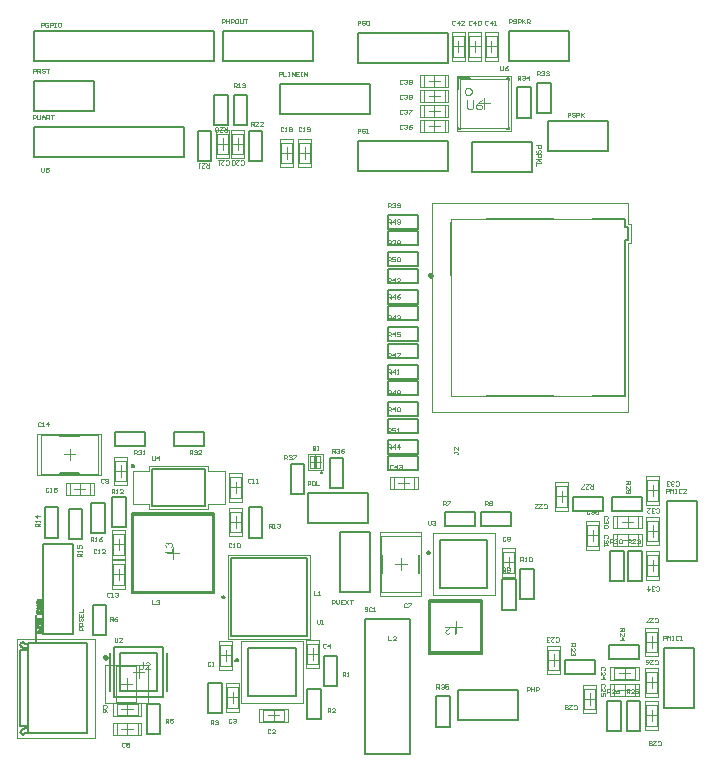
<source format=gto>
%FSTAX23Y23*%
%MOIN*%
%SFA1B1*%

%IPPOS*%
%ADD10C,0.009449*%
%ADD11C,0.004921*%
%ADD12C,0.009843*%
%ADD13C,0.007874*%
%ADD14C,0.005000*%
%ADD15C,0.003000*%
%ADD16C,0.004000*%
%ADD17C,0.003937*%
%ADD18C,0.010000*%
%ADD19C,0.001969*%
%LNsolears_v1-1*%
%LPD*%
G36*
X01384Y01353D02*
Y01353D01*
Y01352*
Y01352*
Y01352*
X01384Y01352*
Y01351*
X01384Y01351*
X01384Y0135*
X01384Y01349*
X01384Y01348*
X01384Y01347*
X01384Y01347*
X01383Y01346*
Y01346*
X01383Y01346*
X01383Y01346*
X01383Y01346*
X01383Y01346*
X01383Y01345*
X01382Y01345*
X01382Y01344*
X01381Y01343*
X0138Y01343*
X0138*
X0138Y01343*
X0138Y01343*
X0138Y01343*
X0138Y01343*
X01379Y01342*
X01379Y01342*
X01379Y01342*
X01378Y01342*
X01378Y01342*
X01377Y01342*
X01377Y01342*
X01376Y01342*
X01376Y01342*
X01374Y01341*
X01374*
X01374Y01342*
X01374*
X01373Y01342*
X01373Y01342*
X01372Y01342*
X01371Y01342*
X01371Y01342*
X0137Y01342*
X01369Y01343*
X01369*
X01369Y01343*
X01368Y01343*
X01368Y01343*
X01368Y01343*
X01367Y01344*
X01367Y01344*
X01366Y01345*
X01366Y01345*
X01365Y01346*
Y01346*
X01365Y01346*
X01365Y01346*
X01365Y01347*
X01365Y01347*
X01365Y01347*
X01365Y01347*
X01365Y01348*
X01365Y01348*
X01365Y01349*
X01365Y01349*
X01365Y0135*
X01365Y0135*
X01365Y01351*
X01365Y01352*
Y01353*
Y01367*
X01368*
Y01353*
Y01353*
Y01352*
Y01352*
Y01352*
X01368Y01352*
Y01351*
X01368Y01351*
X01368Y0135*
X01368Y01349*
X01368Y01348*
X01368Y01348*
X01368Y01348*
X01368Y01348*
X01369Y01347*
X01369Y01347*
X01369Y01347*
X01369Y01346*
X0137Y01346*
X0137Y01346*
X01371Y01345*
X01371Y01345*
X01371Y01345*
X01371Y01345*
X01372Y01345*
X01372Y01345*
X01373Y01345*
X01373Y01345*
X01374Y01344*
X01375*
X01375Y01345*
X01375*
X01375Y01345*
X01376Y01345*
X01377Y01345*
X01378Y01345*
X01379Y01346*
X01379Y01346*
X01379Y01346*
X01379Y01346*
X01379Y01346*
X0138Y01346*
X0138Y01346*
X0138Y01347*
X0138Y01347*
X0138Y01347*
X0138Y01348*
X0138Y01348*
X0138Y01348*
X01381Y01349*
X01381Y0135*
X01381Y0135*
X01381Y01351*
X01381Y01352*
Y01353*
Y01367*
X01384*
Y01353*
G37*
G36*
X01398Y01367D02*
X01398Y01367D01*
X01398Y01367*
X01399Y01367*
X01399Y01367*
X014Y01367*
X01401Y01366*
X01401Y01366*
X01402Y01366*
X01402Y01366*
X01403Y01365*
X01403Y01365*
X01403Y01365*
X01403Y01365*
X01403Y01365*
X01403Y01365*
X01403Y01364*
X01404Y01364*
X01404Y01364*
X01404Y01363*
X01405Y01362*
X01405Y01362*
X01405Y01361*
X01405Y01361*
X01405Y0136*
Y0136*
Y0136*
X01405Y0136*
X01405Y01359*
X01405Y01359*
X01405Y01358*
X01404Y01358*
X01404Y01357*
X01404Y01357*
X01404Y01357*
X01404Y01357*
X01404Y01356*
X01403Y01356*
X01403Y01355*
X01403Y01355*
X01402Y01354*
X01402Y01354*
X01402Y01354*
X01402Y01354*
X01401Y01353*
X01401Y01353*
X01401Y01353*
X01401Y01353*
X014Y01352*
X014Y01352*
X014Y01352*
X01399Y01351*
X01399Y01351*
X01398Y0135*
X01397Y0135*
X01397Y0135*
X01397Y0135*
X01397Y0135*
X01397Y01349*
X01397Y01349*
X01396Y01349*
X01396Y01348*
X01395Y01348*
X01395Y01347*
X01394Y01347*
X01394Y01347*
X01394Y01347*
X01394Y01346*
X01394Y01346*
X01393Y01346*
X01393Y01346*
X01393Y01346*
X01393Y01346*
X01392Y01345*
X01405*
Y01342*
X01388*
Y01342*
Y01342*
Y01342*
X01388Y01343*
X01388Y01343*
X01388Y01343*
X01388Y01344*
X01389Y01344*
Y01344*
X01389Y01344*
X01389Y01344*
X01389Y01345*
X01389Y01345*
X01389Y01346*
X0139Y01346*
X0139Y01347*
X01391Y01347*
Y01347*
X01391Y01347*
X01391Y01348*
X01391Y01348*
X01392Y01349*
X01392Y01349*
X01393Y0135*
X01394Y0135*
X01395Y01351*
X01395Y01351*
X01395Y01351*
X01395Y01352*
X01395Y01352*
X01396Y01352*
X01396Y01352*
X01396Y01353*
X01397Y01353*
X01398Y01354*
X01399Y01355*
X01399Y01355*
X014Y01356*
X014Y01356*
X014Y01357*
Y01357*
X014Y01357*
X014Y01357*
X014Y01357*
X01401Y01357*
X01401Y01358*
X01401Y01358*
X01401Y01359*
X01402Y0136*
X01402Y0136*
Y0136*
Y0136*
X01402Y01361*
X01402Y01361*
X01401Y01361*
X01401Y01362*
X01401Y01362*
X01401Y01363*
X014Y01363*
X014Y01363*
X014Y01364*
X014Y01364*
X01399Y01364*
X01399Y01364*
X01398Y01364*
X01398Y01365*
X01397Y01365*
X01397*
X01396Y01365*
X01396Y01365*
X01396Y01364*
X01395Y01364*
X01394Y01364*
X01394Y01364*
X01393Y01363*
X01393Y01363*
X01393Y01363*
X01393Y01363*
X01393Y01362*
X01392Y01362*
X01392Y01361*
X01392Y0136*
X01392Y0136*
X01389Y0136*
Y0136*
X01389Y0136*
Y0136*
X01389Y01361*
X01389Y01361*
X01389Y01361*
X01389Y01362*
X01389Y01362*
X01389Y01363*
X0139Y01364*
X0139Y01364*
X0139Y01365*
X01391Y01365*
X01391Y01365*
X01391Y01365*
X01391Y01365*
X01391Y01366*
X01392Y01366*
X01392Y01366*
X01392Y01366*
X01392Y01366*
X01393Y01366*
X01393Y01366*
X01394Y01367*
X01394Y01367*
X01395Y01367*
X01395Y01367*
X01396Y01367*
X01396Y01367*
X01397Y01367*
X01397*
X01398Y01367*
G37*
G36*
X02423Y01459D02*
X02419D01*
Y01482*
X02407*
Y01485*
X02423*
Y01459*
G37*
G36*
X02405Y01484D02*
Y01484D01*
Y01484*
X02405Y01484*
X02405Y01483*
X02405Y01483*
X02405Y01483*
X02404Y01482*
Y01482*
X02404Y01482*
X02404Y01482*
X02404Y01482*
X02404Y01481*
X02404Y01481*
X02403Y0148*
X02403Y0148*
X02402Y01479*
Y01479*
X02402Y01479*
X02402Y01479*
X02402Y01478*
X02401Y01478*
X02401Y01477*
X024Y01477*
X02399Y01476*
X02398Y01475*
X02398Y01475*
X02398Y01475*
X02398Y01475*
X02398Y01475*
X02397Y01474*
X02397Y01474*
X02397Y01474*
X02396Y01473*
X02395Y01472*
X02394Y01472*
X02394Y01471*
X02393Y01471*
X02393Y0147*
X02393Y0147*
Y0147*
X02393Y0147*
X02393Y0147*
X02393Y0147*
X02392Y01469*
X02392Y01469*
X02392Y01468*
X02392Y01467*
X02391Y01467*
X02391Y01466*
Y01466*
Y01466*
X02391Y01466*
X02391Y01465*
X02392Y01465*
X02392Y01465*
X02392Y01464*
X02392Y01464*
X02393Y01463*
X02393Y01463*
X02393Y01463*
X02393Y01463*
X02394Y01462*
X02394Y01462*
X02395Y01462*
X02395Y01462*
X02396Y01462*
X02396*
X02396Y01462*
X02397Y01462*
X02397Y01462*
X02398Y01462*
X02399Y01462*
X02399Y01463*
X024Y01463*
X024Y01463*
X024Y01463*
X024Y01464*
X024Y01464*
X02401Y01465*
X02401Y01465*
X02401Y01466*
X02401Y01467*
X02404Y01466*
Y01466*
X02404Y01466*
Y01466*
X02404Y01466*
X02404Y01466*
X02404Y01465*
X02404Y01465*
X02404Y01464*
X02404Y01464*
X02403Y01463*
X02403Y01462*
X02403Y01462*
X02402Y01461*
X02402Y01461*
X02402Y01461*
X02402Y01461*
X02402Y01461*
X02401Y01461*
X02401Y01461*
X02401Y01461*
X02401Y0146*
X024Y0146*
X024Y0146*
X02399Y0146*
X02399Y0146*
X02398Y01459*
X02398Y01459*
X02397Y01459*
X02397Y01459*
X02396Y01459*
X02396*
X02395Y01459*
X02395Y01459*
X02395Y01459*
X02394Y01459*
X02394Y01459*
X02393Y0146*
X02392Y0146*
X02392Y0146*
X02391Y01461*
X02391Y01461*
X0239Y01461*
X0239Y01461*
X0239Y01461*
X0239Y01461*
X0239Y01462*
X0239Y01462*
X0239Y01462*
X02389Y01462*
X02389Y01463*
X02389Y01463*
X02388Y01464*
X02388Y01465*
X02388Y01465*
X02388Y01466*
X02388Y01466*
Y01466*
Y01466*
X02388Y01467*
X02388Y01467*
X02388Y01468*
X02388Y01468*
X02389Y01469*
X02389Y01469*
X02389Y01469*
X02389Y01469*
X02389Y0147*
X02389Y0147*
X0239Y01471*
X0239Y01471*
X0239Y01472*
X02391Y01472*
X02391Y01472*
X02391Y01473*
X02391Y01473*
X02392Y01473*
X02392Y01473*
X02392Y01473*
X02392Y01474*
X02393Y01474*
X02393Y01474*
X02393Y01475*
X02394Y01475*
X02394Y01476*
X02395Y01476*
X02396Y01477*
X02396Y01477*
X02396Y01477*
X02396Y01477*
X02396Y01477*
X02396Y01477*
X02397Y01477*
X02397Y01478*
X02398Y01478*
X02398Y01479*
X02399Y0148*
X02399Y0148*
X02399Y0148*
X02399Y0148*
X02399Y0148*
X024Y0148*
X024Y0148*
X024Y01481*
X024Y01481*
X02401Y01482*
X02388*
Y01485*
X02405*
Y01484*
G37*
G36*
X01473Y01765D02*
X01473Y01765D01*
X01473Y01765*
X01474Y01765*
X01474Y01765*
X01475Y01764*
X01475Y01764*
X01476Y01764*
X01476Y01764*
X01477Y01763*
X01477Y01763*
X01478Y01763*
X01478Y01762*
X01478Y01762*
X01478Y01762*
X01478Y01762*
X01478Y01762*
X01478Y01762*
X01479Y01761*
X01479Y01761*
X01479Y0176*
X01479Y0176*
X01479Y01759*
X0148Y01759*
X0148Y01758*
X0148Y01758*
X0148Y01757*
X0148Y01756*
Y01756*
X0148Y01756*
X0148Y01756*
X0148Y01755*
X0148Y01755*
X0148Y01755*
X01479Y01754*
X01479Y01753*
X01479Y01752*
X01479Y01752*
X01478Y01751*
X01478Y01751*
X01478Y01751*
X01478Y01751*
X01478Y01751*
X01478Y01751*
X01477Y0175*
X01477Y0175*
X01477Y0175*
X01477Y0175*
X01476Y0175*
X01476Y01749*
X01475Y01749*
X01474Y01749*
X01473Y01749*
X01473Y01748*
X01472Y01752*
X01472*
X01473Y01752*
X01473Y01752*
X01473Y01752*
X01473Y01752*
X01473Y01752*
X01474Y01752*
X01475Y01752*
X01475Y01753*
X01476Y01753*
X01476Y01753*
X01476Y01753*
X01476Y01754*
X01477Y01754*
X01477Y01754*
X01477Y01755*
X01477Y01755*
X01477Y01756*
X01477Y01756*
Y01757*
X01477Y01757*
X01477Y01757*
X01477Y01758*
X01477Y01758*
X01477Y01759*
X01476Y0176*
X01476Y0176*
X01476Y0176*
X01476Y0176*
X01475Y01761*
X01475Y01761*
X01474Y01761*
X01474Y01761*
X01473Y01762*
X01472Y01762*
X01472*
X01472*
X01472*
X01472Y01762*
X01471Y01762*
X01471Y01761*
X0147Y01761*
X0147Y01761*
X01469Y01761*
X01469Y0176*
X01469Y0176*
X01468Y0176*
X01468Y0176*
X01468Y01759*
X01468Y01759*
X01467Y01758*
X01467Y01757*
X01467Y01757*
Y01756*
X01467Y01756*
X01467Y01756*
X01467Y01755*
X01467Y01755*
X01468Y01755*
X01465Y01755*
Y01755*
X01465Y01755*
Y01756*
X01465Y01756*
X01465Y01757*
X01465Y01757*
X01464Y01758*
X01464Y01758*
X01464Y01759*
Y01759*
X01464Y01759*
X01464Y01759*
X01463Y01759*
X01463Y0176*
X01463Y0176*
X01462Y0176*
X01461Y0176*
X01461Y01761*
X01461*
X01461*
X01461*
X0146*
X0146Y0176*
X0146Y0176*
X01459Y0176*
X01459Y0176*
X01458Y0176*
X01458Y01759*
X01458Y01759*
X01458Y01759*
X01458Y01759*
X01457Y01759*
X01457Y01758*
X01457Y01758*
X01457Y01757*
X01457Y01756*
Y01756*
X01457Y01756*
X01457Y01755*
X01457Y01755*
X01457Y01754*
X01458Y01754*
X01458Y01753*
X01458Y01753*
X01458Y01753*
X01458Y01753*
X01459Y01753*
X01459Y01753*
X0146Y01752*
X0146Y01752*
X01461Y01752*
X01461Y01749*
X01461*
X01461Y01749*
X0146Y01749*
X0146Y01749*
X0146Y01749*
X0146Y01749*
X01459Y01749*
X01458Y0175*
X01457Y0175*
X01457Y01751*
X01456Y01751*
X01456Y01751*
X01456Y01751*
X01456Y01752*
X01456Y01752*
X01456Y01752*
X01455Y01752*
X01455Y01752*
X01455Y01753*
X01455Y01753*
X01454Y01754*
X01454Y01755*
X01454Y01756*
Y01757*
X01454Y01757*
X01454Y01758*
X01454Y01758*
X01455Y01759*
X01455Y01759*
X01455Y0176*
Y0176*
X01455Y0176*
X01455Y0176*
X01455Y01761*
X01456Y01761*
X01456Y01762*
X01456Y01762*
X01457Y01762*
X01458Y01763*
X01458Y01763*
X01458Y01763*
X01458Y01763*
X01458Y01763*
X01459Y01763*
X0146Y01764*
X0146Y01764*
X01461Y01764*
X01461*
X01461*
X01461Y01764*
X01462Y01764*
X01462Y01763*
X01463Y01763*
X01463Y01763*
X01464Y01763*
X01464Y01763*
X01464Y01763*
X01464Y01762*
X01465Y01762*
X01465Y01762*
X01465Y01761*
X01466Y01761*
X01466Y0176*
Y0176*
X01466Y0176*
X01466Y0176*
X01466Y01761*
X01466Y01761*
X01466Y01761*
X01467Y01762*
X01467Y01763*
X01467Y01763*
X01468Y01764*
X01468Y01764*
X01468Y01764*
X01469Y01764*
X01469Y01764*
X0147Y01765*
X0147Y01765*
X01471Y01765*
X01472Y01765*
X01472*
X01472*
X01472*
X01473Y01765*
G37*
G36*
X0148Y0173D02*
X01454D01*
Y01733*
X01477*
Y01746*
X0148*
Y0173*
G37*
G54D10*
X02342Y02657D02*
D01*
X02342Y02657*
X02342Y02657*
X02342Y02658*
X02342Y02658*
X02342Y02658*
X02342Y02659*
X02342Y02659*
X02341Y02659*
X02341Y02659*
X02341Y0266*
X02341Y0266*
X02341Y0266*
X0234Y0266*
X0234Y02661*
X0234Y02661*
X02339Y02661*
X02339Y02661*
X02339Y02661*
X02339Y02661*
X02338Y02661*
X02338Y02661*
X02338Y02661*
X02337*
X02337Y02661*
X02337Y02661*
X02336Y02661*
X02336Y02661*
X02336Y02661*
X02335Y02661*
X02335Y02661*
X02335Y02661*
X02334Y0266*
X02334Y0266*
X02334Y0266*
X02334Y0266*
X02334Y02659*
X02333Y02659*
X02333Y02659*
X02333Y02659*
X02333Y02658*
X02333Y02658*
X02333Y02658*
X02333Y02657*
X02333Y02657*
X02333Y02657*
X02333Y02656*
X02333Y02656*
X02333Y02656*
X02333Y02655*
X02333Y02655*
X02333Y02655*
X02333Y02654*
X02333Y02654*
X02334Y02654*
X02334Y02654*
X02334Y02653*
X02334Y02653*
X02334Y02653*
X02335Y02653*
X02335Y02653*
X02335Y02652*
X02336Y02652*
X02336Y02652*
X02336Y02652*
X02337Y02652*
X02337Y02652*
X02337Y02652*
X02338*
X02338Y02652*
X02338Y02652*
X02339Y02652*
X02339Y02652*
X02339Y02652*
X02339Y02652*
X0234Y02653*
X0234Y02653*
X0234Y02653*
X02341Y02653*
X02341Y02653*
X02341Y02654*
X02341Y02654*
X02341Y02654*
X02342Y02654*
X02342Y02655*
X02342Y02655*
X02342Y02655*
X02342Y02656*
X02342Y02656*
X02342Y02656*
X02342Y02657*
D01*
X02342Y02657*
X02342Y02657*
X02342Y02658*
X02342Y02658*
X02342Y02658*
X02342Y02659*
X02342Y02659*
X02341Y02659*
X02341Y02659*
X02341Y0266*
X02341Y0266*
X02341Y0266*
X0234Y0266*
X0234Y02661*
X0234Y02661*
X02339Y02661*
X02339Y02661*
X02339Y02661*
X02339Y02661*
X02338Y02661*
X02338Y02661*
X02338Y02661*
X02337*
X02337Y02661*
X02337Y02661*
X02336Y02661*
X02336Y02661*
X02336Y02661*
X02335Y02661*
X02335Y02661*
X02335Y02661*
X02334Y0266*
X02334Y0266*
X02334Y0266*
X02334Y0266*
X02334Y02659*
X02333Y02659*
X02333Y02659*
X02333Y02659*
X02333Y02658*
X02333Y02658*
X02333Y02658*
X02333Y02657*
X02333Y02657*
X02333Y02657*
X02333Y02656*
X02333Y02656*
X02333Y02656*
X02333Y02655*
X02333Y02655*
X02333Y02655*
X02333Y02654*
X02333Y02654*
X02334Y02654*
X02334Y02654*
X02334Y02653*
X02334Y02653*
X02334Y02653*
X02335Y02653*
X02335Y02653*
X02335Y02652*
X02336Y02652*
X02336Y02652*
X02336Y02652*
X02337Y02652*
X02337Y02652*
X02337Y02652*
X02338*
X02338Y02652*
X02338Y02652*
X02339Y02652*
X02339Y02652*
X02339Y02652*
X02339Y02652*
X0234Y02653*
X0234Y02653*
X0234Y02653*
X02341Y02653*
X02341Y02653*
X02341Y02654*
X02341Y02654*
X02341Y02654*
X02342Y02654*
X02342Y02655*
X02342Y02655*
X02342Y02655*
X02342Y02656*
X02342Y02656*
X02342Y02656*
X02342Y02657*
G54D11*
X01975Y02D02*
D01*
X01975Y02*
X01975Y02*
X01975Y02001*
X01975Y02001*
X01975Y02001*
X01974Y02001*
X01974Y02001*
X01974Y02001*
X01974Y02001*
X01974Y02002*
X01974Y02002*
X01974Y02002*
X01974Y02002*
X01974Y02002*
X01973Y02002*
X01973Y02002*
X01973Y02002*
X01973Y02002*
X01973Y02002*
X01973Y02002*
X01972Y02002*
X01972Y02003*
X01972*
X01972Y02002*
X01972Y02002*
X01972Y02002*
X01971Y02002*
X01971Y02002*
X01971Y02002*
X01971Y02002*
X01971Y02002*
X01971Y02002*
X01971Y02002*
X0197Y02002*
X0197Y02002*
X0197Y02001*
X0197Y02001*
X0197Y02001*
X0197Y02001*
X0197Y02001*
X0197Y02001*
X0197Y02001*
X0197Y02*
X0197Y02*
X0197Y02*
X0197Y02*
X0197Y02*
X0197Y02*
X0197Y01999*
X0197Y01999*
X0197Y01999*
X0197Y01999*
X0197Y01999*
X0197Y01999*
X0197Y01998*
X0197Y01998*
X01971Y01998*
X01971Y01998*
X01971Y01998*
X01971Y01998*
X01971Y01998*
X01971Y01998*
X01971Y01998*
X01972Y01998*
X01972Y01998*
X01972Y01998*
X01972Y01998*
X01972*
X01972Y01998*
X01973Y01998*
X01973Y01998*
X01973Y01998*
X01973Y01998*
X01973Y01998*
X01973Y01998*
X01974Y01998*
X01974Y01998*
X01974Y01998*
X01974Y01998*
X01974Y01998*
X01974Y01999*
X01974Y01999*
X01974Y01999*
X01974Y01999*
X01975Y01999*
X01975Y01999*
X01975Y02*
X01975Y02*
X01975Y02*
X01975Y02*
G54D12*
X01259Y01384D02*
D01*
X01259Y01384*
X01259Y01384*
X01259Y01385*
X01259Y01385*
X01259Y01385*
X01259Y01386*
X01259Y01386*
X01258Y01386*
X01258Y01387*
X01258Y01387*
X01258Y01387*
X01258Y01387*
X01257Y01388*
X01257Y01388*
X01257Y01388*
X01256Y01388*
X01256Y01388*
X01256Y01388*
X01255Y01388*
X01255Y01389*
X01255Y01389*
X01254Y01389*
X01254*
X01254Y01389*
X01253Y01389*
X01253Y01388*
X01253Y01388*
X01252Y01388*
X01252Y01388*
X01252Y01388*
X01252Y01388*
X01251Y01388*
X01251Y01387*
X01251Y01387*
X0125Y01387*
X0125Y01387*
X0125Y01386*
X0125Y01386*
X0125Y01386*
X0125Y01385*
X0125Y01385*
X01249Y01385*
X01249Y01384*
X01249Y01384*
X01249Y01384*
X01249Y01383*
X01249Y01383*
X01249Y01383*
X0125Y01382*
X0125Y01382*
X0125Y01382*
X0125Y01381*
X0125Y01381*
X0125Y01381*
X0125Y01381*
X01251Y0138*
X01251Y0138*
X01251Y0138*
X01252Y0138*
X01252Y01379*
X01252Y01379*
X01252Y01379*
X01253Y01379*
X01253Y01379*
X01253Y01379*
X01254Y01379*
X01254Y01379*
X01254*
X01255Y01379*
X01255Y01379*
X01255Y01379*
X01256Y01379*
X01256Y01379*
X01256Y01379*
X01257Y01379*
X01257Y0138*
X01257Y0138*
X01258Y0138*
X01258Y0138*
X01258Y01381*
X01258Y01381*
X01258Y01381*
X01259Y01381*
X01259Y01382*
X01259Y01382*
X01259Y01382*
X01259Y01383*
X01259Y01383*
X01259Y01383*
X01259Y01384*
G54D13*
X01652Y01585D02*
D01*
X01652Y01585*
X01652Y01585*
X01652Y01585*
X01652Y01586*
X01652Y01586*
X01652Y01586*
X01651Y01586*
X01651Y01587*
X01651Y01587*
X01651Y01587*
X01651Y01587*
X01651Y01587*
X0165Y01588*
X0165Y01588*
X0165Y01588*
X0165Y01588*
X01649Y01588*
X01649Y01588*
X01649Y01588*
X01649Y01588*
X01648Y01588*
X01648Y01588*
X01648*
X01648Y01588*
X01647Y01588*
X01647Y01588*
X01647Y01588*
X01646Y01588*
X01646Y01588*
X01646Y01588*
X01646Y01588*
X01646Y01588*
X01645Y01587*
X01645Y01587*
X01645Y01587*
X01645Y01587*
X01645Y01587*
X01644Y01586*
X01644Y01586*
X01644Y01586*
X01644Y01586*
X01644Y01585*
X01644Y01585*
X01644Y01585*
X01644Y01585*
X01644Y01584*
X01644Y01584*
X01644Y01584*
X01644Y01583*
X01644Y01583*
X01644Y01583*
X01644Y01583*
X01645Y01582*
X01645Y01582*
X01645Y01582*
X01645Y01582*
X01645Y01582*
X01646Y01581*
X01646Y01581*
X01646Y01581*
X01646Y01581*
X01646Y01581*
X01647Y01581*
X01647Y01581*
X01647Y01581*
X01648Y01581*
X01648Y01581*
X01648*
X01648Y01581*
X01649Y01581*
X01649Y01581*
X01649Y01581*
X01649Y01581*
X0165Y01581*
X0165Y01581*
X0165Y01581*
X0165Y01581*
X01651Y01582*
X01651Y01582*
X01651Y01582*
X01651Y01582*
X01651Y01582*
X01651Y01583*
X01652Y01583*
X01652Y01583*
X01652Y01583*
X01652Y01584*
X01652Y01584*
X01652Y01584*
X01652Y01585*
X02336Y01733D02*
D01*
X02336Y01733*
X02336Y01733*
X02336Y01734*
X02336Y01734*
X02336Y01734*
X02336Y01734*
X02336Y01735*
X02336Y01735*
X02336Y01735*
X02335Y01735*
X02335Y01736*
X02335Y01736*
X02335Y01736*
X02335Y01736*
X02334Y01736*
X02334Y01736*
X02334Y01737*
X02334Y01737*
X02333Y01737*
X02333Y01737*
X02333Y01737*
X02333Y01737*
X02332*
X02332Y01737*
X02332Y01737*
X02331Y01737*
X02331Y01737*
X02331Y01737*
X02331Y01736*
X0233Y01736*
X0233Y01736*
X0233Y01736*
X0233Y01736*
X0233Y01736*
X02329Y01735*
X02329Y01735*
X02329Y01735*
X02329Y01735*
X02329Y01734*
X02329Y01734*
X02329Y01734*
X02329Y01734*
X02328Y01733*
X02328Y01733*
X02328Y01733*
X02328Y01733*
X02328Y01732*
X02329Y01732*
X02329Y01732*
X02329Y01732*
X02329Y01731*
X02329Y01731*
X02329Y01731*
X02329Y01731*
X02329Y0173*
X0233Y0173*
X0233Y0173*
X0233Y0173*
X0233Y0173*
X0233Y01729*
X02331Y01729*
X02331Y01729*
X02331Y01729*
X02331Y01729*
X02332Y01729*
X02332Y01729*
X02332Y01729*
X02333*
X02333Y01729*
X02333Y01729*
X02333Y01729*
X02334Y01729*
X02334Y01729*
X02334Y01729*
X02334Y01729*
X02335Y0173*
X02335Y0173*
X02335Y0173*
X02335Y0173*
X02335Y0173*
X02336Y01731*
X02336Y01731*
X02336Y01731*
X02336Y01731*
X02336Y01732*
X02336Y01732*
X02336Y01732*
X02336Y01732*
X02336Y01733*
X02336Y01733*
X0135Y02022D02*
D01*
X0135Y02023*
X0135Y02023*
X0135Y02023*
X0135Y02024*
X0135Y02024*
X0135Y02024*
X0135Y02024*
X0135Y02025*
X0135Y02025*
X01349Y02025*
X01349Y02025*
X01349Y02026*
X01349Y02026*
X01348Y02026*
X01348Y02026*
X01348Y02026*
X01348Y02026*
X01347Y02027*
X01347Y02027*
X01347Y02027*
X01346Y02027*
X01346Y02027*
X01346*
X01345Y02027*
X01345Y02027*
X01345Y02027*
X01345Y02027*
X01344Y02026*
X01344Y02026*
X01344Y02026*
X01343Y02026*
X01343Y02026*
X01343Y02026*
X01343Y02025*
X01343Y02025*
X01342Y02025*
X01342Y02025*
X01342Y02024*
X01342Y02024*
X01342Y02024*
X01342Y02024*
X01342Y02023*
X01342Y02023*
X01342Y02023*
X01342Y02022*
X01342Y02022*
X01342Y02022*
X01342Y02021*
X01342Y02021*
X01342Y02021*
X01342Y02021*
X01342Y0202*
X01342Y0202*
X01342Y0202*
X01343Y0202*
X01343Y02019*
X01343Y02019*
X01343Y02019*
X01343Y02019*
X01344Y02019*
X01344Y02018*
X01344Y02018*
X01345Y02018*
X01345Y02018*
X01345Y02018*
X01345Y02018*
X01346Y02018*
X01346*
X01346Y02018*
X01347Y02018*
X01347Y02018*
X01347Y02018*
X01348Y02018*
X01348Y02018*
X01348Y02019*
X01348Y02019*
X01349Y02019*
X01349Y02019*
X01349Y02019*
X01349Y0202*
X0135Y0202*
X0135Y0202*
X0135Y0202*
X0135Y02021*
X0135Y02021*
X0135Y02021*
X0135Y02021*
X0135Y02022*
X0135Y02022*
X0135Y02022*
X01696Y01374D02*
D01*
X01696Y01374*
X01695Y01374*
X01695Y01375*
X01695Y01375*
X01695Y01375*
X01695Y01375*
X01695Y01376*
X01695Y01376*
X01695Y01376*
X01695Y01376*
X01694Y01377*
X01694Y01377*
X01694Y01377*
X01694Y01377*
X01694Y01377*
X01693Y01377*
X01693Y01378*
X01693Y01378*
X01693Y01378*
X01692Y01378*
X01692Y01378*
X01692Y01378*
X01691*
X01691Y01378*
X01691Y01378*
X01691Y01378*
X0169Y01378*
X0169Y01378*
X0169Y01377*
X0169Y01377*
X01689Y01377*
X01689Y01377*
X01689Y01377*
X01689Y01377*
X01689Y01376*
X01688Y01376*
X01688Y01376*
X01688Y01376*
X01688Y01375*
X01688Y01375*
X01688Y01375*
X01688Y01375*
X01688Y01374*
X01688Y01374*
X01688Y01374*
X01688Y01374*
X01688Y01373*
X01688Y01373*
X01688Y01373*
X01688Y01373*
X01688Y01372*
X01688Y01372*
X01688Y01372*
X01688Y01372*
X01689Y01371*
X01689Y01371*
X01689Y01371*
X01689Y01371*
X01689Y01371*
X0169Y0137*
X0169Y0137*
X0169Y0137*
X0169Y0137*
X01691Y0137*
X01691Y0137*
X01691Y0137*
X01691Y0137*
X01692*
X01692Y0137*
X01692Y0137*
X01693Y0137*
X01693Y0137*
X01693Y0137*
X01693Y0137*
X01694Y0137*
X01694Y01371*
X01694Y01371*
X01694Y01371*
X01694Y01371*
X01695Y01371*
X01695Y01372*
X01695Y01372*
X01695Y01372*
X01695Y01372*
X01695Y01373*
X01695Y01373*
X01695Y01373*
X01695Y01373*
X01696Y01374*
X01696Y01374*
X01615Y0337D02*
Y0347D01*
X01015Y0337D02*
Y0347D01*
X01615*
X01015Y0337D02*
X01615D01*
X02731Y0317D02*
X02931D01*
X02731Y0307D02*
Y0317D01*
Y0307D02*
X02931D01*
Y0317*
X01103Y02121D02*
X01166D01*
X01103Y01998D02*
X01166D01*
X02986Y02253D02*
Y02775D01*
X02877Y02253D02*
X02986D01*
X02522D02*
X02751D01*
X02405Y02657D02*
Y02834D01*
X02522Y02846D02*
X02751D01*
X02986Y02775D02*
X02996D01*
Y02818*
X02986D02*
X02996D01*
X02986D02*
Y02846D01*
X02877D02*
X02986D01*
X02135Y016D02*
Y018D01*
X02035D02*
X02135D01*
X02035Y016D02*
Y018D01*
Y016D02*
X02135D01*
X0243Y01275D02*
X0263D01*
X0243Y01175D02*
Y01275D01*
Y01175D02*
X0263D01*
Y01275*
X02476Y031D02*
X02676D01*
X02476Y03D02*
Y031D01*
Y03D02*
X02676D01*
Y031*
X0243Y03144D02*
X02438D01*
X0243D02*
Y03152D01*
X02594Y03144D02*
X02601D01*
Y03152*
Y03307D02*
Y03315D01*
X02594D02*
X02601D01*
X0243D02*
X02469D01*
X0243Y03277D02*
Y03315D01*
X01953Y02013D02*
X01956D01*
X01953Y02056D02*
X01956D01*
Y02013D02*
Y02056D01*
X01953Y02013D02*
Y02056D01*
X0127Y01272D02*
Y01397D01*
X01459Y01272D02*
Y01397D01*
X02301Y01663D02*
Y01726D01*
X02178Y01663D02*
Y01726D01*
X02338Y014D02*
X02507D01*
X02338D02*
Y01569D01*
X02507*
Y014D02*
Y01569D01*
X01346Y01601D02*
Y01859D01*
X01613*
Y01601D02*
Y01859D01*
X01346Y01601D02*
X01613D01*
X01045Y0146D02*
X01145D01*
X01045D02*
Y0176D01*
X01145*
Y0146D02*
Y0176D01*
X02096Y03465D02*
X02396D01*
X02096Y03365D02*
Y03465D01*
Y03365D02*
X02396D01*
Y03465*
X02801Y0337D02*
Y0347D01*
X02601Y0337D02*
X02801D01*
X02601D02*
Y0347D01*
X02801*
X01645Y0337D02*
X01945D01*
Y0347*
X01645D02*
X01945D01*
X01645Y0337D02*
Y0347D01*
X02096Y03105D02*
X02396D01*
X02096Y03005D02*
Y03105D01*
Y03005D02*
X02396D01*
Y03105*
X03115Y01215D02*
X03215D01*
X03115D02*
Y01415D01*
X03215*
Y01215D02*
Y01415D01*
X01835Y03295D02*
X02135D01*
X01835Y03195D02*
Y03295D01*
Y03195D02*
X02135D01*
Y03295*
X0193Y0183D02*
Y0193D01*
X0213*
Y0183D02*
Y0193D01*
X0193Y0183D02*
X0213D01*
X03125Y01705D02*
X03225D01*
X03125D02*
Y01905D01*
X03225*
Y01705D02*
Y01905D01*
X01515Y0305D02*
Y0315D01*
X01015Y0305D02*
X01515D01*
X01015Y0315D02*
X01515D01*
X01015Y0305D02*
Y0315D01*
Y03205D02*
Y03305D01*
X01215*
Y03205D02*
Y03305D01*
X01015Y03205D02*
X01215D01*
X0212Y0151D02*
X0227D01*
Y0106D02*
Y0151D01*
X0212Y0106D02*
X0227D01*
X0212D02*
Y0151D01*
X01302Y01397D02*
X01427D01*
Y01272D02*
Y01397D01*
X01302Y01272D02*
X01427D01*
X01302D02*
Y01397D01*
X02338Y014D02*
X02507D01*
X02338D02*
Y01569D01*
X02507*
Y014D02*
Y01569D01*
X01346Y01601D02*
Y01859D01*
X01613*
Y01601D02*
Y01859D01*
X01346Y01601D02*
X01613D01*
X01282Y01417D02*
X01447D01*
Y01252D02*
Y01417D01*
X01282Y01252D02*
X01447D01*
X01282D02*
Y01417D01*
X02334Y01396D02*
X02511D01*
X02334D02*
Y01573D01*
X02511*
Y01396D02*
Y01573D01*
X01342Y01597D02*
Y01863D01*
X01617*
Y01597D02*
Y01863D01*
X01342Y01597D02*
X01617D01*
X01282Y01417D02*
X01447D01*
Y01252D02*
Y01417D01*
X01282Y01252D02*
X01447D01*
X01282D02*
Y01417D01*
X02334Y01396D02*
X02511D01*
X02334D02*
Y01573D01*
X02511*
Y01396D02*
Y01573D01*
X01342Y01597D02*
Y01863D01*
X01617*
Y01597D02*
Y01863D01*
X01342Y01597D02*
X01617D01*
X01652Y01585D02*
D01*
X01652Y01585*
X01652Y01585*
X01652Y01585*
X01652Y01586*
X01652Y01586*
X01652Y01586*
X01651Y01586*
X01651Y01587*
X01651Y01587*
X01651Y01587*
X01651Y01587*
X01651Y01587*
X0165Y01588*
X0165Y01588*
X0165Y01588*
X0165Y01588*
X01649Y01588*
X01649Y01588*
X01649Y01588*
X01649Y01588*
X01648Y01588*
X01648Y01588*
X01648*
X01648Y01588*
X01647Y01588*
X01647Y01588*
X01647Y01588*
X01646Y01588*
X01646Y01588*
X01646Y01588*
X01646Y01588*
X01646Y01588*
X01645Y01587*
X01645Y01587*
X01645Y01587*
X01645Y01587*
X01645Y01587*
X01644Y01586*
X01644Y01586*
X01644Y01586*
X01644Y01586*
X01644Y01585*
X01644Y01585*
X01644Y01585*
X01644Y01585*
X01644Y01584*
X01644Y01584*
X01644Y01584*
X01644Y01583*
X01644Y01583*
X01644Y01583*
X01644Y01583*
X01645Y01582*
X01645Y01582*
X01645Y01582*
X01645Y01582*
X01645Y01582*
X01646Y01581*
X01646Y01581*
X01646Y01581*
X01646Y01581*
X01646Y01581*
X01647Y01581*
X01647Y01581*
X01647Y01581*
X01648Y01581*
X01648Y01581*
X01648*
X01648Y01581*
X01649Y01581*
X01649Y01581*
X01649Y01581*
X01649Y01581*
X0165Y01581*
X0165Y01581*
X0165Y01581*
X0165Y01581*
X01651Y01582*
X01651Y01582*
X01651Y01582*
X01651Y01582*
X01651Y01582*
X01651Y01583*
X01652Y01583*
X01652Y01583*
X01652Y01583*
X01652Y01584*
X01652Y01584*
X01652Y01584*
X01652Y01585*
X02336Y01733D02*
D01*
X02336Y01733*
X02336Y01733*
X02336Y01734*
X02336Y01734*
X02336Y01734*
X02336Y01734*
X02336Y01735*
X02336Y01735*
X02336Y01735*
X02335Y01735*
X02335Y01736*
X02335Y01736*
X02335Y01736*
X02335Y01736*
X02334Y01736*
X02334Y01736*
X02334Y01737*
X02334Y01737*
X02333Y01737*
X02333Y01737*
X02333Y01737*
X02333Y01737*
X02332*
X02332Y01737*
X02332Y01737*
X02331Y01737*
X02331Y01737*
X02331Y01737*
X02331Y01736*
X0233Y01736*
X0233Y01736*
X0233Y01736*
X0233Y01736*
X0233Y01736*
X02329Y01735*
X02329Y01735*
X02329Y01735*
X02329Y01735*
X02329Y01734*
X02329Y01734*
X02329Y01734*
X02329Y01734*
X02328Y01733*
X02328Y01733*
X02328Y01733*
X02328Y01733*
X02328Y01732*
X02329Y01732*
X02329Y01732*
X02329Y01732*
X02329Y01731*
X02329Y01731*
X02329Y01731*
X02329Y01731*
X02329Y0173*
X0233Y0173*
X0233Y0173*
X0233Y0173*
X0233Y0173*
X0233Y01729*
X02331Y01729*
X02331Y01729*
X02331Y01729*
X02331Y01729*
X02332Y01729*
X02332Y01729*
X02332Y01729*
X02333*
X02333Y01729*
X02333Y01729*
X02333Y01729*
X02334Y01729*
X02334Y01729*
X02334Y01729*
X02334Y01729*
X02335Y0173*
X02335Y0173*
X02335Y0173*
X02335Y0173*
X02335Y0173*
X02336Y01731*
X02336Y01731*
X02336Y01731*
X02336Y01731*
X02336Y01732*
X02336Y01732*
X02336Y01732*
X02336Y01732*
X02336Y01733*
X02336Y01733*
X01696Y01374D02*
D01*
X01696Y01374*
X01695Y01374*
X01695Y01375*
X01695Y01375*
X01695Y01375*
X01695Y01375*
X01695Y01376*
X01695Y01376*
X01695Y01376*
X01695Y01376*
X01694Y01377*
X01694Y01377*
X01694Y01377*
X01694Y01377*
X01694Y01377*
X01693Y01377*
X01693Y01378*
X01693Y01378*
X01693Y01378*
X01692Y01378*
X01692Y01378*
X01692Y01378*
X01691*
X01691Y01378*
X01691Y01378*
X01691Y01378*
X0169Y01378*
X0169Y01378*
X0169Y01377*
X0169Y01377*
X01689Y01377*
X01689Y01377*
X01689Y01377*
X01689Y01377*
X01689Y01376*
X01688Y01376*
X01688Y01376*
X01688Y01376*
X01688Y01375*
X01688Y01375*
X01688Y01375*
X01688Y01375*
X01688Y01374*
X01688Y01374*
X01688Y01374*
X01688Y01374*
X01688Y01373*
X01688Y01373*
X01688Y01373*
X01688Y01373*
X01688Y01372*
X01688Y01372*
X01688Y01372*
X01688Y01372*
X01689Y01371*
X01689Y01371*
X01689Y01371*
X01689Y01371*
X01689Y01371*
X0169Y0137*
X0169Y0137*
X0169Y0137*
X0169Y0137*
X01691Y0137*
X01691Y0137*
X01691Y0137*
X01691Y0137*
X01692*
X01692Y0137*
X01692Y0137*
X01693Y0137*
X01693Y0137*
X01693Y0137*
X01693Y0137*
X01694Y0137*
X01694Y01371*
X01694Y01371*
X01694Y01371*
X01694Y01371*
X01695Y01371*
X01695Y01372*
X01695Y01372*
X01695Y01372*
X01695Y01372*
X01695Y01373*
X01695Y01373*
X01695Y01373*
X01695Y01373*
X01696Y01374*
X01696Y01374*
G54D14*
X01287Y02087D02*
X01388D01*
X01287Y02133D02*
X01388D01*
X01287Y02087D02*
Y02133D01*
X01388Y02087D02*
Y02133D01*
X01482Y02087D02*
X01583D01*
X01482Y02133D02*
X01583D01*
X01482Y02087D02*
Y02133D01*
X01583Y02087D02*
Y02133D01*
X02812Y01918D02*
X02913D01*
X02812Y01872D02*
X02913D01*
Y01918*
X02812Y01872D02*
Y01918D01*
X02942D02*
X03043D01*
X02942Y01872D02*
X03043D01*
Y01918*
X02942Y01872D02*
Y01918D01*
X02932Y01423D02*
X03033D01*
X02932Y01377D02*
X03033D01*
Y01423*
X02932Y01377D02*
Y01423D01*
X02787Y01373D02*
X02888D01*
X02787Y01327D02*
X02888D01*
Y01373*
X02787Y01327D02*
Y01373D01*
X01778Y03037D02*
Y03138D01*
X01732Y03037D02*
Y03138D01*
Y03037D02*
X01778D01*
X01732Y03138D02*
X01778D01*
X01608Y03037D02*
Y03138D01*
X01562Y03037D02*
Y03138D01*
Y03037D02*
X01608D01*
X01562Y03138D02*
X01608D01*
X01663Y03157D02*
Y03258D01*
X01617Y03157D02*
Y03258D01*
Y03157D02*
X01663D01*
X01617Y03258D02*
X01663D01*
X02197Y02483D02*
X02298D01*
X02197Y02437D02*
X02298D01*
Y02483*
X02197Y02437D02*
Y02483D01*
Y02608D02*
X02298D01*
X02197Y02562D02*
X02298D01*
Y02608*
X02197Y02562D02*
Y02608D01*
Y02303D02*
X02298D01*
X02197Y02257D02*
X02298D01*
Y02303*
X02197Y02257D02*
Y02303D01*
Y02178D02*
X02298D01*
X02197Y02132D02*
X02298D01*
Y02178*
X02197Y02132D02*
Y02178D01*
Y02858D02*
X02298D01*
X02197Y02812D02*
X02298D01*
Y02858*
X02197Y02812D02*
Y02858D01*
Y02733D02*
X02298D01*
X02197Y02687D02*
X02298D01*
Y02733*
X02197Y02687D02*
Y02733D01*
Y02428D02*
X02298D01*
X02197Y02382D02*
X02298D01*
Y02428*
X02197Y02382D02*
Y02428D01*
Y02553D02*
X02298D01*
X02197Y02507D02*
X02298D01*
Y02553*
X02197Y02507D02*
Y02553D01*
Y02053D02*
X02298D01*
X02197Y02007D02*
X02298D01*
Y02053*
X02197Y02007D02*
Y02053D01*
Y02062D02*
X02298D01*
X02197Y02108D02*
X02298D01*
X02197Y02062D02*
Y02108D01*
X02298Y02062D02*
Y02108D01*
X02197Y02358D02*
X02298D01*
X02197Y02312D02*
X02298D01*
Y02358*
X02197Y02312D02*
Y02358D01*
Y02233D02*
X02298D01*
X02197Y02187D02*
X02298D01*
Y02233*
X02197Y02187D02*
Y02233D01*
Y02803D02*
X02298D01*
X02197Y02757D02*
X02298D01*
Y02803*
X02197Y02757D02*
Y02803D01*
Y02678D02*
X02298D01*
X02197Y02632D02*
X02298D01*
Y02678*
X02197Y02632D02*
Y02678D01*
X01918Y01927D02*
Y02028D01*
X01872Y01927D02*
Y02028D01*
Y01927D02*
X01918D01*
X01872Y02028D02*
X01918D01*
X02048Y01947D02*
Y02048D01*
X02002Y01947D02*
Y02048D01*
Y01947D02*
X02048D01*
X02002Y02048D02*
X02048D01*
X01438Y01127D02*
Y01228D01*
X01392Y01127D02*
Y01228D01*
Y01127D02*
X01438D01*
X01392Y01228D02*
X01438D01*
X01925Y01455D02*
Y01714D01*
X01674Y01455D02*
X01925D01*
X01674Y01714D02*
X01925D01*
X01674Y01455D02*
Y01714D01*
X01258Y01457D02*
Y01558D01*
X01212Y01457D02*
Y01558D01*
Y01457D02*
X01258D01*
X01212Y01558D02*
X01258D01*
X02507Y01822D02*
X02608D01*
X02507Y01868D02*
X02608D01*
X02507Y01822D02*
Y01868D01*
X02608Y01822D02*
Y01868D01*
X02387Y01822D02*
X02488D01*
X02387Y01868D02*
X02488D01*
X02387Y01822D02*
Y01868D01*
X02488Y01822D02*
Y01868D01*
X02371Y01752D02*
Y01773D01*
Y01616D02*
Y01637D01*
X02528Y01752D02*
Y01773D01*
Y01616D02*
Y01637D01*
X02371Y01773D02*
X02392D01*
X02371Y01616D02*
X02392D01*
X02507Y01773D02*
X02528D01*
X02507Y01616D02*
X02528D01*
X01207Y01797D02*
Y01898D01*
X01253Y01797D02*
Y01898D01*
X01207D02*
X01253D01*
X01207Y01797D02*
X01253D01*
X01052Y01782D02*
Y01883D01*
X01098Y01782D02*
Y01883D01*
X01052D02*
X01098D01*
X01052Y01782D02*
X01098D01*
X01132Y01777D02*
Y01878D01*
X01178Y01777D02*
Y01878D01*
X01132D02*
X01178D01*
X01132Y01777D02*
X01178D01*
X01732Y01782D02*
Y01883D01*
X01778Y01782D02*
Y01883D01*
X01732D02*
X01778D01*
X01732Y01782D02*
X01778D01*
X01323Y01817D02*
Y01918D01*
X01277Y01817D02*
Y01918D01*
Y01817D02*
X01323D01*
X01277Y01918D02*
X01323D01*
X01411Y01888D02*
X01588D01*
X01411Y02011D02*
X01588D01*
X01729Y01392D02*
Y01415D01*
Y01254D02*
Y01277D01*
X0189Y01392D02*
Y01415D01*
Y01254D02*
Y01277D01*
X01729Y01415D02*
X01752D01*
X01729Y01254D02*
X01752D01*
X01867Y01415D02*
X0189D01*
X01867Y01254D02*
X0189D01*
X01597Y01197D02*
Y01298D01*
X01643Y01197D02*
Y01298D01*
X01597D02*
X01643D01*
X01597Y01197D02*
X01643D01*
X01982Y01287D02*
Y01388D01*
X02028Y01287D02*
Y01388D01*
X01982D02*
X02028D01*
X01982Y01287D02*
X02028D01*
X01973Y01177D02*
Y01278D01*
X01927Y01177D02*
Y01278D01*
Y01177D02*
X01973D01*
X01927Y01278D02*
X01973D01*
X02357Y01152D02*
Y01253D01*
X02403Y01152D02*
Y01253D01*
X02357D02*
X02403D01*
X02357Y01152D02*
X02403D01*
X02628Y03182D02*
Y03283D01*
X02674Y03182D02*
Y03283D01*
X02628D02*
X02674D01*
X02628Y03182D02*
X02674D01*
X02693Y03197D02*
Y03298D01*
X02739Y03197D02*
Y03298D01*
X02693D02*
X02739D01*
X02693Y03197D02*
X02739D01*
X02983Y01637D02*
Y01738D01*
X02937Y01637D02*
Y01738D01*
Y01637D02*
X02983D01*
X02937Y01738D02*
X02983D01*
X03043Y01637D02*
Y01738D01*
X02997Y01637D02*
Y01738D01*
Y01637D02*
X03043D01*
X02997Y01738D02*
X03043D01*
X02973Y01137D02*
Y01238D01*
X02927Y01137D02*
Y01238D01*
Y01137D02*
X02973D01*
X02927Y01238D02*
X02973D01*
X03038Y01137D02*
Y01238D01*
X02992Y01137D02*
Y01238D01*
Y01137D02*
X03038D01*
X02992Y01238D02*
X03038D01*
X01682Y03157D02*
Y03258D01*
X01728Y03157D02*
Y03258D01*
X01682D02*
X01728D01*
X01682Y03157D02*
X01728D01*
X02637Y01577D02*
Y01678D01*
X02683Y01577D02*
Y01678D01*
X02637D02*
X02683D01*
X02637Y01577D02*
X02683D01*
X02623Y01542D02*
Y01643D01*
X02577Y01542D02*
Y01643D01*
Y01542D02*
X02623D01*
X02577Y01643D02*
X02623D01*
X00997Y01131D02*
D01*
X00996Y01131*
X00995Y01132*
X00994Y01132*
X00993Y01132*
X00993Y01132*
X00992Y01132*
X00991Y01132*
X0099Y01132*
X00989Y01132*
X00989Y01132*
X00988Y01132*
X00987Y01132*
X00986Y01131*
X00986Y01131*
X00985Y0113*
X00984Y0113*
X00984Y01129*
X00983Y01129*
X00982Y01128*
X00982Y01128*
X00981Y01127*
X00981Y01126*
X00981Y01126*
X00993Y01147D02*
D01*
X00991Y01147*
X0099Y01147*
X00989Y01147*
X00988Y01147*
X00986Y01147*
X00985Y01147*
X00984Y01147*
X00983Y01146*
X00982Y01146*
X0098Y01145*
X00979Y01145*
X00978Y01144*
X00977Y01143*
X00976Y01142*
X00975Y01141*
X00975Y01141*
X00974Y0114*
X00973Y01138*
X00972Y01137*
X00972Y01136*
X00971Y01135*
X00971Y01134*
X00971Y01133*
X00981Y01435D02*
D01*
X00981Y01435*
X00982Y01434*
X00982Y01433*
X00983Y01433*
X00983Y01432*
X00984Y01432*
X00984Y01431*
X00985Y01431*
X00986Y0143*
X00987Y0143*
X00987Y0143*
X00988Y01429*
X00989Y01429*
X0099Y01429*
X00991Y01429*
X00991Y01429*
X00992Y01429*
X00993Y01429*
X00994Y01429*
X00995Y0143*
X00995Y0143*
X00996Y0143*
X00997Y0143*
X00969Y01428D02*
D01*
X00969Y01427*
X0097Y01426*
X0097Y01424*
X00971Y01423*
X00972Y01422*
X00973Y01421*
X00974Y0142*
X00974Y01419*
X00975Y01418*
X00977Y01417*
X00978Y01417*
X00979Y01416*
X0098Y01415*
X00981Y01415*
X00983Y01415*
X00984Y01414*
X00985Y01414*
X00987Y01414*
X00988Y01414*
X00989Y01414*
X00991Y01414*
X00992Y01414*
X00993Y01415*
X01193Y01131D02*
Y0143D01*
X01022D02*
X01193D01*
X00995D02*
X01022D01*
X00995Y01131D02*
Y0143D01*
Y01131D02*
X00997D01*
X01193*
X00971Y01133D02*
X00981Y01126D01*
X00971Y01155D02*
X00993D01*
X00971D02*
Y01407D01*
X00993*
X00969Y01428D02*
X00981Y01435D01*
X01022Y0143D02*
Y01523D01*
X01674Y01714D02*
X01925D01*
Y01455D02*
Y01714D01*
X01674Y01455D02*
X01925D01*
X01674D02*
Y01714D01*
X02371Y01616D02*
Y01773D01*
X02528Y01616D02*
Y01773D01*
X02371D02*
X02528D01*
X02371Y01616D02*
X02528D01*
X01411Y02011D02*
X01588D01*
Y01888D02*
Y02011D01*
X01411Y01888D02*
X01588D01*
X01411D02*
Y02011D01*
X01729Y01254D02*
Y01415D01*
X0189Y01254D02*
Y01415D01*
X01729D02*
X0189D01*
X01729Y01254D02*
X0189D01*
G54D15*
X0104Y03485D02*
Y03499D01*
X01047*
X01049Y03497*
Y03492*
X01047Y0349*
X0104*
X01064Y03497D02*
X01062Y03499D01*
X01057*
X01054Y03497*
Y03487*
X01057Y03485*
X01062*
X01064Y03487*
Y03492*
X01059*
X01069Y03485D02*
Y03499D01*
X01077*
X01079Y03497*
Y03492*
X01077Y0349*
X01069*
X01084Y03499D02*
X01089D01*
X01087*
Y03485*
X01084*
X01089*
X01104Y03499D02*
X01099D01*
X01097Y03497*
Y03487*
X01099Y03485*
X01104*
X01107Y03487*
Y03497*
X01104Y03499*
X02795Y03185D02*
Y03199D01*
X02802*
X02804Y03197*
Y03192*
X02802Y0319*
X02795*
X02819Y03197D02*
X02817Y03199D01*
X02812*
X02809Y03197*
Y03194*
X02812Y03192*
X02817*
X02819Y0319*
Y03187*
X02817Y03185*
X02812*
X02809Y03187*
X02824Y03185D02*
Y03199D01*
X02832*
X02834Y03197*
Y03192*
X02832Y0319*
X02824*
X02839Y03199D02*
Y03185D01*
Y0319*
X02849Y03199*
X02842Y03192*
X02849Y03185*
X0135Y0206D02*
Y02074D01*
X01357*
X01359Y02072*
Y02067*
X01357Y02065*
X0135*
X01355D02*
X01359Y0206D01*
X01364Y02072D02*
X01367Y02074D01*
X01372*
X01374Y02072*
Y02069*
X01372Y02067*
X01369*
X01372*
X01374Y02065*
Y02062*
X01372Y0206*
X01367*
X01364Y02062*
X01379Y0206D02*
X01384D01*
X01382*
Y02074*
X01379Y02072*
X01535Y0206D02*
Y02074D01*
X01542*
X01544Y02072*
Y02067*
X01542Y02065*
X01535*
X0154D02*
X01544Y0206D01*
X01549Y02072D02*
X01552Y02074D01*
X01557*
X01559Y02072*
Y02069*
X01557Y02067*
X01554*
X01557*
X01559Y02065*
Y02062*
X01557Y0206*
X01552*
X01549Y02062*
X01574Y0206D02*
X01564D01*
X01574Y02069*
Y02072*
X01572Y02074*
X01567*
X01564Y02072*
X0288Y0196D02*
Y01945D01*
X02872*
X0287Y01947*
Y01952*
X02872Y01955*
X0288*
X02875D02*
X0287Y0196D01*
X02855D02*
X02865D01*
X02855Y0195*
Y01947*
X02857Y01945*
X02862*
X02865Y01947*
X0285Y01945D02*
X0284D01*
Y01947*
X0285Y01957*
Y0196*
X0309Y01607D02*
X03092Y01605D01*
X03097*
X031Y01607*
Y01617*
X03097Y0162*
X03092*
X0309Y01617*
X03085Y01607D02*
X03082Y01605D01*
X03077*
X03075Y01607*
Y0161*
X03077Y01612*
X0308*
X03077*
X03075Y01615*
Y01617*
X03077Y0162*
X03082*
X03085Y01617*
X03062Y0162D02*
Y01605D01*
X0307Y01612*
X0306*
X0309Y01867D02*
X03092Y01865D01*
X03097*
X031Y01867*
Y01877*
X03097Y0188*
X03092*
X0309Y01877*
X03085Y01867D02*
X03082Y01865D01*
X03077*
X03075Y01867*
Y0187*
X03077Y01872*
X0308*
X03077*
X03075Y01875*
Y01877*
X03077Y0188*
X03082*
X03085Y01877*
X0306Y0188D02*
X0307D01*
X0306Y0187*
Y01867*
X03062Y01865*
X03067*
X0307Y01867*
X03155Y01957D02*
X03157Y01955D01*
X03162*
X03165Y01957*
Y01967*
X03162Y0197*
X03157*
X03155Y01967*
X0315Y01957D02*
X03147Y01955D01*
X03142*
X0314Y01957*
Y0196*
X03142Y01962*
X03145*
X03142*
X0314Y01965*
Y01967*
X03142Y0197*
X03147*
X0315Y01967*
X03135Y01957D02*
X03132Y01955D01*
X03127*
X03125Y01957*
Y0196*
X03127Y01962*
X0313*
X03127*
X03125Y01965*
Y01967*
X03127Y0197*
X03132*
X03135Y01967*
X02715Y01882D02*
X02717Y0188D01*
X02722*
X02725Y01882*
Y01892*
X02722Y01895*
X02717*
X02715Y01892*
X027Y01895D02*
X0271D01*
X027Y01885*
Y01882*
X02702Y0188*
X02707*
X0271Y01882*
X02685Y01895D02*
X02695D01*
X02685Y01885*
Y01882*
X02687Y0188*
X02692*
X02695Y01882*
X0299Y0197D02*
X03004D01*
Y01962*
X03002Y0196*
X02997*
X02995Y01962*
Y0197*
Y01965D02*
X0299Y0196D01*
Y01945D02*
Y01955D01*
X02999Y01945*
X03002*
X03004Y01947*
Y01952*
X03002Y01955*
Y0194D02*
X03004Y01937D01*
Y01932*
X03002Y0193*
X02999*
X02997Y01932*
X02995Y0193*
X02992*
X0299Y01932*
Y01937*
X02992Y0194*
X02995*
X02997Y01937*
X02999Y0194*
X03002*
X02997Y01937D02*
Y01932D01*
X02927Y0178D02*
X02929Y01782D01*
Y01787*
X02927Y0179*
X02917*
X02915Y01787*
Y01782*
X02917Y0178*
X02927Y01775D02*
X02929Y01772D01*
Y01767*
X02927Y01765*
X02924*
X02922Y01767*
Y0177*
Y01767*
X0292Y01765*
X02917*
X02915Y01767*
Y01772*
X02917Y01775*
X02915Y0176D02*
Y01755D01*
Y01757*
X02929*
X02927Y0176*
Y01845D02*
X02929Y01847D01*
Y01852*
X02927Y01855*
X02917*
X02915Y01852*
Y01847*
X02917Y01845*
X02927Y0184D02*
X02929Y01837D01*
Y01832*
X02927Y0183*
X02924*
X02922Y01832*
Y01835*
Y01832*
X0292Y0183*
X02917*
X02915Y01832*
Y01837*
X02917Y0184*
X02927Y01825D02*
X02929Y01822D01*
Y01817*
X02927Y01815*
X02917*
X02915Y01817*
Y01822*
X02917Y01825*
X02927*
X02815Y01212D02*
X02817Y0121D01*
X02822*
X02825Y01212*
Y01222*
X02822Y01225*
X02817*
X02815Y01222*
X028Y01225D02*
X0281D01*
X028Y01215*
Y01212*
X02802Y0121*
X02807*
X0281Y01212*
X02795Y01222D02*
X02792Y01225D01*
X02787*
X02785Y01222*
Y01212*
X02787Y0121*
X02792*
X02795Y01212*
Y01215*
X02792Y01217*
X02785*
X03085Y01502D02*
X03087Y015D01*
X03092*
X03095Y01502*
Y01512*
X03092Y01515*
X03087*
X03085Y01512*
X0307Y01515D02*
X0308D01*
X0307Y01505*
Y01502*
X03072Y015*
X03077*
X0308Y01502*
X03065Y015D02*
X03055D01*
Y01502*
X03065Y01512*
Y01515*
X02755Y01437D02*
X02757Y01435D01*
X02762*
X02765Y01437*
Y01447*
X02762Y0145*
X02757*
X02755Y01447*
X0274Y0145D02*
X0275D01*
X0274Y0144*
Y01437*
X02742Y01435*
X02747*
X0275Y01437*
X02735D02*
X02732Y01435D01*
X02727*
X02725Y01437*
Y0144*
X02727Y01442*
X0273*
X02727*
X02725Y01445*
Y01447*
X02727Y0145*
X02732*
X02735Y01447*
X02917Y01285D02*
X02919Y01287D01*
Y01292*
X02917Y01295*
X02907*
X02905Y01292*
Y01287*
X02907Y01285*
X02905Y0127D02*
Y0128D01*
X02914Y0127*
X02917*
X02919Y01272*
Y01277*
X02917Y0128*
X02919Y01255D02*
Y01265D01*
X02912*
X02914Y0126*
Y01257*
X02912Y01255*
X02907*
X02905Y01257*
Y01262*
X02907Y01265*
X02917Y0134D02*
X02919Y01342D01*
Y01347*
X02917Y0135*
X02907*
X02905Y01347*
Y01342*
X02907Y0134*
X02905Y01325D02*
Y01335D01*
X02914Y01325*
X02917*
X02919Y01327*
Y01332*
X02917Y01335*
X02905Y01312D02*
X02919D01*
X02912Y0132*
Y0131*
X0297Y0148D02*
X02984D01*
Y01472*
X02982Y0147*
X02977*
X02975Y01472*
Y0148*
Y01475D02*
X0297Y0147D01*
Y01455D02*
Y01465D01*
X02979Y01455*
X02982*
X02984Y01457*
Y01462*
X02982Y01465*
X0297Y01442D02*
X02984D01*
X02977Y0145*
Y0144*
X02805Y0143D02*
X02819D01*
Y01422*
X02817Y0142*
X02812*
X0281Y01422*
Y0143*
Y01425D02*
X02805Y0142D01*
Y01405D02*
Y01415D01*
X02814Y01405*
X02817*
X02819Y01407*
Y01412*
X02817Y01415*
Y014D02*
X02819Y01397D01*
Y01392*
X02817Y0139*
X02814*
X02812Y01392*
Y01395*
Y01392*
X0281Y0139*
X02807*
X02805Y01392*
Y01397*
X02807Y014*
X03085Y01362D02*
X03087Y0136D01*
X03092*
X03095Y01362*
Y01372*
X03092Y01375*
X03087*
X03085Y01372*
X0307Y01375D02*
X0308D01*
X0307Y01365*
Y01362*
X03072Y0136*
X03077*
X0308Y01362*
X03055Y0136D02*
X0306Y01362D01*
X03065Y01367*
Y01372*
X03062Y01375*
X03057*
X03055Y01372*
Y0137*
X03057Y01367*
X03065*
X03095Y01092D02*
X03097Y0109D01*
X03102*
X03105Y01092*
Y01102*
X03102Y01105*
X03097*
X03095Y01102*
X0308Y01105D02*
X0309D01*
X0308Y01095*
Y01092*
X03082Y0109*
X03087*
X0309Y01092*
X03075D02*
X03072Y0109D01*
X03067*
X03065Y01092*
Y01095*
X03067Y01097*
X03065Y011*
Y01102*
X03067Y01105*
X03072*
X03075Y01102*
Y011*
X03072Y01097*
X03075Y01095*
Y01092*
X03072Y01097D02*
X03067D01*
X01064Y01947D02*
X01062Y01949D01*
X01057*
X01055Y01947*
Y01937*
X01057Y01935*
X01062*
X01064Y01937*
X01069Y01935D02*
X01074D01*
X01072*
Y01949*
X01069Y01947*
X01092Y01949D02*
X01082D01*
Y01942*
X01087Y01944*
X01089*
X01092Y01942*
Y01937*
X01089Y01935*
X01084*
X01082Y01937*
X0174Y03155D02*
Y03169D01*
X01747*
X01749Y03167*
Y03162*
X01747Y0316*
X0174*
X01745D02*
X01749Y03155D01*
X01764D02*
X01754D01*
X01764Y03164*
Y03167*
X01762Y03169*
X01757*
X01754Y03167*
X01779Y03155D02*
X01769D01*
X01779Y03164*
Y03167*
X01777Y03169*
X01772*
X01769Y03167*
X016Y0303D02*
Y03015D01*
X01592*
X0159Y03017*
Y03022*
X01592Y03025*
X016*
X01595D02*
X0159Y0303D01*
X01575D02*
X01585D01*
X01575Y0302*
Y03017*
X01577Y03015*
X01582*
X01585Y03017*
X0157Y0303D02*
X01565D01*
X01567*
Y03015*
X0157Y03017*
X0166Y0315D02*
Y03135D01*
X01652*
X0165Y03137*
Y03142*
X01652Y03145*
X0166*
X01655D02*
X0165Y0315D01*
X01635D02*
X01645D01*
X01635Y0314*
Y03137*
X01637Y03135*
X01642*
X01645Y03137*
X0163D02*
X01627Y03135D01*
X01622*
X0162Y03137*
Y03147*
X01622Y0315*
X01627*
X0163Y03147*
Y03137*
X01705Y03027D02*
X01707Y03025D01*
X01712*
X01715Y03027*
Y03037*
X01712Y0304*
X01707*
X01705Y03037*
X0169Y0304D02*
X017D01*
X0169Y0303*
Y03027*
X01692Y03025*
X01697*
X017Y03027*
X01685D02*
X01682Y03025D01*
X01677*
X01675Y03027*
Y03037*
X01677Y0304*
X01682*
X01685Y03037*
Y03027*
X01655D02*
X01657Y03025D01*
X01662*
X01665Y03027*
Y03037*
X01662Y0304*
X01657*
X01655Y03037*
X0164Y0304D02*
X0165D01*
X0164Y0303*
Y03027*
X01642Y03025*
X01647*
X0165Y03027*
X01635Y0304D02*
X0163D01*
X01632*
Y03025*
X01635Y03027*
X02415Y02069D02*
Y02065D01*
Y02067*
X02427*
X0243Y02065*
Y02062*
X02427Y0206*
X0243Y02084D02*
Y02074D01*
X0242Y02084*
X02417*
X02415Y02082*
Y02077*
X02417Y02074*
X02197Y02509D02*
Y02523D01*
X02204*
X02206Y02521*
Y02516*
X02204Y02514*
X02197*
X02202D02*
X02206Y02509D01*
X02219D02*
Y02523D01*
X02211Y02516*
X02221*
X02226Y02521D02*
X02229Y02523D01*
X02234*
X02236Y02521*
Y02518*
X02234Y02516*
X02231*
X02234*
X02236Y02514*
Y02511*
X02234Y02509*
X02229*
X02226Y02511*
X02197Y02633D02*
Y02647D01*
X02204*
X02206Y02645*
Y0264*
X02204Y02638*
X02197*
X02202D02*
X02206Y02633D01*
X02219D02*
Y02647D01*
X02211Y0264*
X02221*
X02236Y02633D02*
X02226D01*
X02236Y02642*
Y02645*
X02234Y02647*
X02229*
X02226Y02645*
X02197Y02329D02*
Y02343D01*
X02204*
X02206Y02341*
Y02336*
X02204Y02334*
X02197*
X02202D02*
X02206Y02329D01*
X02219D02*
Y02343D01*
X02211Y02336*
X02221*
X02226Y02329D02*
X02231D01*
X02229*
Y02343*
X02226Y02341*
X02197Y02203D02*
Y02217D01*
X02204*
X02206Y02215*
Y0221*
X02204Y02208*
X02197*
X02202D02*
X02206Y02203D01*
X02219D02*
Y02217D01*
X02211Y0221*
X02221*
X02226Y02215D02*
X02229Y02217D01*
X02234*
X02236Y02215*
Y02205*
X02234Y02203*
X02229*
X02226Y02205*
Y02215*
X02197Y02883D02*
Y02897D01*
X02204*
X02206Y02895*
Y0289*
X02204Y02888*
X02197*
X02202D02*
X02206Y02883D01*
X02211Y02895D02*
X02214Y02897D01*
X02219*
X02221Y02895*
Y02892*
X02219Y0289*
X02216*
X02219*
X02221Y02888*
Y02885*
X02219Y02883*
X02214*
X02211Y02885*
X02226D02*
X02229Y02883D01*
X02234*
X02236Y02885*
Y02895*
X02234Y02897*
X02229*
X02226Y02895*
Y02892*
X02229Y0289*
X02236*
X02197Y02759D02*
Y02773D01*
X02204*
X02206Y02771*
Y02766*
X02204Y02764*
X02197*
X02202D02*
X02206Y02759D01*
X02211Y02771D02*
X02214Y02773D01*
X02219*
X02221Y02771*
Y02768*
X02219Y02766*
X02216*
X02219*
X02221Y02764*
Y02761*
X02219Y02759*
X02214*
X02211Y02761*
X02226Y02771D02*
X02229Y02773D01*
X02234*
X02236Y02771*
Y02768*
X02234Y02766*
X02236Y02764*
Y02761*
X02234Y02759*
X02229*
X02226Y02761*
Y02764*
X02229Y02766*
X02226Y02768*
Y02771*
X02229Y02766D02*
X02234D01*
X02213Y02024D02*
X02211Y02026D01*
X02206*
X02204Y02024*
Y02014*
X02206Y02012*
X02211*
X02213Y02014*
X02226Y02012D02*
Y02026D01*
X02218Y02019*
X02228*
X02233Y02024D02*
X02236Y02026D01*
X02241*
X02243Y02024*
Y02021*
X02241Y02019*
X02238*
X02241*
X02243Y02017*
Y02014*
X02241Y02012*
X02236*
X02233Y02014*
X02197Y02453D02*
Y02467D01*
X02204*
X02206Y02465*
Y0246*
X02204Y02458*
X02197*
X02202D02*
X02206Y02453D01*
X02219D02*
Y02467D01*
X02211Y0246*
X02221*
X02236Y02467D02*
X02226D01*
Y0246*
X02231Y02462*
X02234*
X02236Y0246*
Y02455*
X02234Y02453*
X02229*
X02226Y02455*
X02197Y02579D02*
Y02593D01*
X02204*
X02206Y02591*
Y02586*
X02204Y02584*
X02197*
X02202D02*
X02206Y02579D01*
X02219D02*
Y02593D01*
X02211Y02586*
X02221*
X02236Y02593D02*
X02231Y02591D01*
X02226Y02586*
Y02581*
X02229Y02579*
X02234*
X02236Y02581*
Y02584*
X02234Y02586*
X02226*
X02197Y02079D02*
Y02093D01*
X02204*
X02206Y02091*
Y02086*
X02204Y02084*
X02197*
X02202D02*
X02206Y02079D01*
X02219D02*
Y02093D01*
X02211Y02086*
X02221*
X02234Y02079D02*
Y02093D01*
X02226Y02086*
X02236*
X02197Y02133D02*
Y02147D01*
X02204*
X02206Y02145*
Y0214*
X02204Y02138*
X02197*
X02202D02*
X02206Y02133D01*
X02221Y02147D02*
X02211D01*
Y0214*
X02216Y02142*
X02219*
X02221Y0214*
Y02135*
X02219Y02133*
X02214*
X02211Y02135*
X02226Y02133D02*
X02231D01*
X02229*
Y02147*
X02226Y02145*
X02197Y02383D02*
Y02397D01*
X02204*
X02206Y02395*
Y0239*
X02204Y02388*
X02197*
X02202D02*
X02206Y02383D01*
X02219D02*
Y02397D01*
X02211Y0239*
X02221*
X02226Y02397D02*
X02236D01*
Y02395*
X02226Y02385*
Y02383*
X02197Y02259D02*
Y02273D01*
X02204*
X02206Y02271*
Y02266*
X02204Y02264*
X02197*
X02202D02*
X02206Y02259D01*
X02219D02*
Y02273D01*
X02211Y02266*
X02221*
X02226Y02271D02*
X02229Y02273D01*
X02234*
X02236Y02271*
Y02268*
X02234Y02266*
X02236Y02264*
Y02261*
X02234Y02259*
X02229*
X02226Y02261*
Y02264*
X02229Y02266*
X02226Y02268*
Y02271*
X02229Y02266D02*
X02234D01*
X02197Y02829D02*
Y02843D01*
X02204*
X02206Y02841*
Y02836*
X02204Y02834*
X02197*
X02202D02*
X02206Y02829D01*
X02219D02*
Y02843D01*
X02211Y02836*
X02221*
X02226Y02831D02*
X02229Y02829D01*
X02234*
X02236Y02831*
Y02841*
X02234Y02843*
X02229*
X02226Y02841*
Y02838*
X02229Y02836*
X02236*
X02197Y02703D02*
Y02717D01*
X02204*
X02206Y02715*
Y0271*
X02204Y02708*
X02197*
X02202D02*
X02206Y02703D01*
X02221Y02717D02*
X02211D01*
Y0271*
X02216Y02712*
X02219*
X02221Y0271*
Y02705*
X02219Y02703*
X02214*
X02211Y02705*
X02226Y02715D02*
X02229Y02717D01*
X02234*
X02236Y02715*
Y02705*
X02234Y02703*
X02229*
X02226Y02705*
Y02715*
X0201Y0156D02*
Y01574D01*
X02017*
X02019Y01572*
Y01567*
X02017Y01565*
X0201*
X02024Y01574D02*
Y01565D01*
X02029Y0156*
X02034Y01565*
Y01574*
X02049D02*
X02039D01*
Y0156*
X02049*
X02039Y01567D02*
X02044D01*
X02054Y01574D02*
X02064Y0156D01*
Y01574D02*
X02054Y0156D01*
X02069Y01574D02*
X02079D01*
X02074*
Y0156*
X0185Y02045D02*
X0185Y02059D01*
X01858Y02059*
X0186Y02056*
X0186Y02051*
X01857Y02049*
X0185Y02049*
X01855Y02049D02*
X01859Y02044D01*
X01865Y02056D02*
X01868Y02059D01*
X01873Y02058*
X01875Y02056*
X01875Y02053*
X01872Y02051*
X0187Y02051*
X01872Y02051*
X01875Y02048*
X01875Y02046*
X01872Y02043*
X01867Y02044*
X01865Y02046*
X0188Y02058D02*
X0189Y02057D01*
X0189Y02055*
X0188Y02045*
X01879Y02043*
X0201Y02065D02*
Y02079D01*
X02017*
X02019Y02077*
Y02072*
X02017Y0207*
X0201*
X02015D02*
X02019Y02065D01*
X02024Y02077D02*
X02027Y02079D01*
X02032*
X02034Y02077*
Y02074*
X02032Y02072*
X02029*
X02032*
X02034Y0207*
Y02067*
X02032Y02065*
X02027*
X02024Y02067*
X02049Y02079D02*
X02044Y02077D01*
X02039Y02072*
Y02067*
X02042Y02065*
X02047*
X02049Y02067*
Y0207*
X02047Y02072*
X02039*
X0266Y0127D02*
Y01284D01*
X02667*
X02669Y01282*
Y01277*
X02667Y01275*
X0266*
X02674Y01284D02*
Y0127D01*
Y01277*
X02684*
Y01284*
Y0127*
X02689D02*
Y01284D01*
X02697*
X02699Y01282*
Y01277*
X02697Y01275*
X02689*
X02691Y0309D02*
X02706D01*
Y03082*
X02703Y0308*
X02698*
X02696Y03082*
Y0309*
X02703Y03065D02*
X02706Y03067D01*
Y03072*
X02703Y03075*
X02701*
X02698Y03072*
Y03067*
X02696Y03065*
X02693*
X02691Y03067*
Y03072*
X02693Y03075*
X02691Y0306D02*
X02706D01*
Y03052*
X02703Y0305*
X02698*
X02696Y03052*
Y0306*
X02706Y03045D02*
X02691D01*
X02696*
X02706Y03035*
X02698Y03042*
X02691Y03035*
X02706Y0303D02*
X02691D01*
Y0302*
X02571Y03354D02*
Y03342D01*
X02573Y0334*
X02578*
X02581Y03342*
Y03354*
X02596D02*
X02591Y03352D01*
X02586Y03347*
Y03342*
X02588Y0334*
X02593*
X02596Y03342*
Y03345*
X02593Y03347*
X02586*
X02246Y03257D02*
X02243Y03259D01*
X02238*
X02236Y03257*
Y03247*
X02238Y03245*
X02243*
X02246Y03247*
X02251Y03257D02*
X02253Y03259D01*
X02258*
X02261Y03257*
Y03254*
X02258Y03252*
X02256*
X02258*
X02261Y0325*
Y03247*
X02258Y03245*
X02253*
X02251Y03247*
X02266D02*
X02268Y03245D01*
X02273*
X02276Y03247*
Y03257*
X02273Y03259*
X02268*
X02266Y03257*
Y03254*
X02268Y03252*
X02276*
X02246Y03307D02*
X02243Y03309D01*
X02238*
X02236Y03307*
Y03297*
X02238Y03295*
X02243*
X02246Y03297*
X02251Y03307D02*
X02253Y03309D01*
X02258*
X02261Y03307*
Y03304*
X02258Y03302*
X02256*
X02258*
X02261Y033*
Y03297*
X02258Y03295*
X02253*
X02251Y03297*
X02266Y03307D02*
X02268Y03309D01*
X02273*
X02276Y03307*
Y03304*
X02273Y03302*
X02276Y033*
Y03297*
X02273Y03295*
X02268*
X02266Y03297*
Y033*
X02268Y03302*
X02266Y03304*
Y03307*
X02268Y03302D02*
X02273D01*
X02246Y03207D02*
X02243Y03209D01*
X02238*
X02236Y03207*
Y03197*
X02238Y03195*
X02243*
X02246Y03197*
X02251Y03207D02*
X02253Y03209D01*
X02258*
X02261Y03207*
Y03204*
X02258Y03202*
X02256*
X02258*
X02261Y032*
Y03197*
X02258Y03195*
X02253*
X02251Y03197*
X02266Y03209D02*
X02276D01*
Y03207*
X02266Y03197*
Y03195*
X02246Y03157D02*
X02243Y03159D01*
X02238*
X02236Y03157*
Y03147*
X02238Y03145*
X02243*
X02246Y03147*
X02251Y03157D02*
X02253Y03159D01*
X02258*
X02261Y03157*
Y03154*
X02258Y03152*
X02256*
X02258*
X02261Y0315*
Y03147*
X02258Y03145*
X02253*
X02251Y03147*
X02276Y03159D02*
X02271Y03157D01*
X02266Y03152*
Y03147*
X02268Y03145*
X02273*
X02276Y03147*
Y0315*
X02273Y03152*
X02266*
X01954Y02077D02*
Y02087D01*
X01952Y02089*
X01947*
X01945Y02087*
Y02077*
X01947Y02075*
X01952*
X0195Y0208D02*
X01954Y02075D01*
X01952D02*
X01954Y02077D01*
X01959Y02075D02*
X01964D01*
X01962*
Y02089*
X01959Y02087*
X01285Y01449D02*
Y01437D01*
X01287Y01435*
X01292*
X01294Y01437*
Y01449*
X01309Y01435D02*
X01299D01*
X01309Y01444*
Y01447*
X01307Y01449*
X01302*
X01299Y01447*
X01455Y01165D02*
Y01179D01*
X01462*
X01464Y01177*
Y01172*
X01462Y0117*
X01455*
X0146D02*
X01464Y01165D01*
X01479Y01179D02*
X01469D01*
Y01172*
X01474Y01174*
X01477*
X01479Y01172*
Y01167*
X01477Y01165*
X01472*
X01469Y01167*
X0195Y01604D02*
Y0159D01*
X01959*
X01964D02*
X01969D01*
X01967*
Y01604*
X01964Y01602*
X0127Y01505D02*
Y01519D01*
X01277*
X01279Y01517*
Y01512*
X01277Y0151*
X0127*
X01275D02*
X01279Y01505D01*
X01294Y01519D02*
X01289Y01517D01*
X01284Y01512*
Y01507*
X01287Y01505*
X01292*
X01294Y01507*
Y0151*
X01292Y01512*
X01284*
X01257Y01215D02*
X01259Y01217D01*
Y01222*
X01257Y01225*
X01247*
X01245Y01222*
Y01217*
X01247Y01215*
X01259Y012D02*
X01257Y01205D01*
X01252Y0121*
X01247*
X01245Y01207*
Y01202*
X01247Y012*
X0125*
X01252Y01202*
Y0121*
X01319Y01097D02*
X01317Y01099D01*
X01312*
X0131Y01097*
Y01087*
X01312Y01085*
X01317*
X01319Y01087*
X01334Y01099D02*
X01324D01*
Y01092*
X01329Y01094*
X01332*
X01334Y01092*
Y01087*
X01332Y01085*
X01327*
X01324Y01087*
X02259Y01562D02*
X02257Y01564D01*
X02252*
X0225Y01562*
Y01552*
X02252Y0155*
X02257*
X02259Y01552*
X02264Y01564D02*
X02274D01*
Y01562*
X02264Y01552*
Y0155*
X0252Y0189D02*
Y01904D01*
X02527*
X02529Y01902*
Y01897*
X02527Y01895*
X0252*
X02525D02*
X02529Y0189D01*
X02534Y01902D02*
X02537Y01904D01*
X02542*
X02544Y01902*
Y01899*
X02542Y01897*
X02544Y01895*
Y01892*
X02542Y0189*
X02537*
X02534Y01892*
Y01895*
X02537Y01897*
X02534Y01899*
Y01902*
X02537Y01897D02*
X02542D01*
X0238Y0189D02*
Y01904D01*
X02387*
X02389Y01902*
Y01897*
X02387Y01895*
X0238*
X02385D02*
X02389Y0189D01*
X02394Y01904D02*
X02404D01*
Y01902*
X02394Y01892*
Y0189*
X0233Y01839D02*
Y01827D01*
X02332Y01825*
X02337*
X02339Y01827*
Y01839*
X02344Y01837D02*
X02347Y01839D01*
X02352*
X02354Y01837*
Y01834*
X02352Y01832*
X02349*
X02352*
X02354Y0183*
Y01827*
X02352Y01825*
X02347*
X02344Y01827*
X02198Y01454D02*
Y0144D01*
X02208*
X02223D02*
X02213D01*
X02223Y01449*
Y01452*
X0222Y01454*
X02215*
X02213Y01452*
X01205Y0177D02*
Y01784D01*
X01212*
X01214Y01782*
Y01777*
X01212Y01775*
X01205*
X0121D02*
X01214Y0177D01*
X01219D02*
X01224D01*
X01222*
Y01784*
X01219Y01782*
X01242Y01784D02*
X01237Y01782D01*
X01232Y01777*
Y01772*
X01234Y0177*
X01239*
X01242Y01772*
Y01775*
X01239Y01777*
X01232*
X01035Y0182D02*
X0102D01*
Y01827*
X01022Y01829*
X01027*
X0103Y01827*
Y0182*
Y01825D02*
X01035Y01829D01*
Y01834D02*
Y01839D01*
Y01837*
X0102*
X01022Y01834*
X01035Y01854D02*
X0102D01*
X01027Y01847*
Y01857*
X01175Y0172D02*
X0116D01*
Y01727*
X01162Y01729*
X01167*
X0117Y01727*
Y0172*
Y01725D02*
X01175Y01729D01*
Y01734D02*
Y01739D01*
Y01737*
X0116*
X01162Y01734*
X0116Y01757D02*
Y01747D01*
X01167*
X01165Y01752*
Y01754*
X01167Y01757*
X01172*
X01175Y01754*
Y01749*
X01172Y01747*
X018Y01815D02*
Y01829D01*
X01807*
X01809Y01827*
Y01822*
X01807Y0182*
X018*
X01805D02*
X01809Y01815D01*
X01814D02*
X01819D01*
X01817*
Y01829*
X01814Y01827*
X01827D02*
X01829Y01829D01*
X01834*
X01837Y01827*
Y01824*
X01834Y01822*
X01832*
X01834*
X01837Y0182*
Y01817*
X01834Y01815*
X01829*
X01827Y01817*
X01275Y0193D02*
Y01944D01*
X01282*
X01284Y01942*
Y01937*
X01282Y01935*
X01275*
X0128D02*
X01284Y0193D01*
X01289D02*
X01294D01*
X01292*
Y01944*
X01289Y01942*
X01312Y0193D02*
X01302D01*
X01312Y01939*
Y01942*
X01309Y01944*
X01304*
X01302Y01942*
X0141Y01574D02*
Y0156D01*
X01419*
X01424Y01572D02*
X01427Y01574D01*
X01432*
X01434Y01572*
Y01569*
X01432Y01567*
X01429*
X01432*
X01434Y01565*
Y01562*
X01432Y0156*
X01427*
X01424Y01562*
X01269Y01597D02*
X01267Y01599D01*
X01262*
X0126Y01597*
Y01587*
X01262Y01585*
X01267*
X01269Y01587*
X01274Y01585D02*
X01279D01*
X01277*
Y01599*
X01274Y01597*
X01287D02*
X01289Y01599D01*
X01294*
X01297Y01597*
Y01594*
X01294Y01592*
X01292*
X01294*
X01297Y0159*
Y01587*
X01294Y01585*
X01289*
X01287Y01587*
X01224Y01742D02*
X01222Y01744D01*
X01217*
X01215Y01742*
Y01732*
X01217Y0173*
X01222*
X01224Y01732*
X01229Y0173D02*
X01234D01*
X01232*
Y01744*
X01229Y01742*
X01252Y0173D02*
X01242D01*
X01252Y01739*
Y01742*
X01249Y01744*
X01244*
X01242Y01742*
X01739Y01977D02*
X01737Y01979D01*
X01732*
X0173Y01977*
Y01967*
X01732Y01965*
X01737*
X01739Y01967*
X01744Y01965D02*
X01749D01*
X01747*
Y01979*
X01744Y01977*
X01757Y01965D02*
X01762D01*
X01759*
Y01979*
X01757Y01977*
X01674Y01762D02*
X01672Y01764D01*
X01667*
X01665Y01762*
Y01752*
X01667Y0175*
X01672*
X01674Y01752*
X01679Y0175D02*
X01684D01*
X01682*
Y01764*
X01679Y01762*
X01692D02*
X01694Y01764D01*
X01699*
X01702Y01762*
Y01752*
X01699Y0175*
X01694*
X01692Y01752*
Y01762*
X01249Y01977D02*
X01247Y01979D01*
X01242*
X0124Y01977*
Y01967*
X01242Y01965*
X01247*
X01249Y01967*
X01254D02*
X01257Y01965D01*
X01262*
X01264Y01967*
Y01977*
X01262Y01979*
X01257*
X01254Y01977*
Y01974*
X01257Y01972*
X01264*
X0141Y02054D02*
Y02042D01*
X01412Y0204*
X01417*
X01419Y02042*
Y02054*
X01432Y0204D02*
Y02054D01*
X01424Y02047*
X01434*
X0118Y01475D02*
X01165D01*
Y01482*
X01167Y01484*
X01172*
X01175Y01482*
Y01475*
X0118Y01489D02*
X01165D01*
Y01497*
X01167Y01499*
X01172*
X01175Y01497*
Y01489*
X01167Y01514D02*
X01165Y01512D01*
Y01507*
X01167Y01504*
X0117*
X01172Y01507*
Y01512*
X01175Y01514*
X01177*
X0118Y01512*
Y01507*
X01177Y01504*
X01165Y01529D02*
Y01519D01*
X0118*
Y01529*
X01172Y01519D02*
Y01524D01*
X01165Y01534D02*
X0118D01*
Y01544*
X01989Y01427D02*
X01987Y01429D01*
X01982*
X0198Y01427*
Y01417*
X01982Y01415*
X01987*
X01989Y01417*
X02002Y01415D02*
Y01429D01*
X01994Y01422*
X02004*
X01674Y01177D02*
X01672Y01179D01*
X01667*
X01665Y01177*
Y01167*
X01667Y01165*
X01672*
X01674Y01167*
X01679Y01177D02*
X01682Y01179D01*
X01687*
X01689Y01177*
Y01174*
X01687Y01172*
X01684*
X01687*
X01689Y0117*
Y01167*
X01687Y01165*
X01682*
X01679Y01167*
X01604Y01367D02*
X01602Y01369D01*
X01597*
X01595Y01367*
Y01357*
X01597Y01355*
X01602*
X01604Y01357*
X01609Y01355D02*
X01614D01*
X01612*
Y01369*
X01609Y01367*
X01804Y01142D02*
X01802Y01144D01*
X01797*
X01795Y01142*
Y01132*
X01797Y0113*
X01802*
X01804Y01132*
X01819Y0113D02*
X01809D01*
X01819Y01139*
Y01142*
X01817Y01144*
X01812*
X01809Y01142*
X0196Y01509D02*
Y01497D01*
X01962Y01495*
X01967*
X01969Y01497*
Y01509*
X01974Y01495D02*
X01979D01*
X01977*
Y01509*
X01974Y01507*
X01605Y0116D02*
Y01174D01*
X01612*
X01614Y01172*
Y01167*
X01612Y01165*
X01605*
X0161D02*
X01614Y0116D01*
X01619Y01172D02*
X01622Y01174D01*
X01627*
X01629Y01172*
Y01169*
X01627Y01167*
X01624*
X01627*
X01629Y01165*
Y01162*
X01627Y0116*
X01622*
X01619Y01162*
X02045Y0132D02*
Y01334D01*
X02052*
X02054Y01332*
Y01327*
X02052Y01325*
X02045*
X0205D02*
X02054Y0132D01*
X02059D02*
X02064D01*
X02062*
Y01334*
X02059Y01332*
X01995Y012D02*
Y01214D01*
X02002*
X02004Y01212*
Y01207*
X02002Y01205*
X01995*
X02D02*
X02004Y012D01*
X02019D02*
X02009D01*
X02019Y01209*
Y01212*
X02017Y01214*
X02012*
X02009Y01212*
X02358Y01279D02*
Y01293D01*
X02365*
X02367Y01291*
Y01286*
X02365Y01284*
X02358*
X02363D02*
X02367Y01279D01*
X02372Y01291D02*
X02375Y01293D01*
X0238*
X02382Y01291*
Y01288*
X0238Y01286*
X02377*
X0238*
X02382Y01284*
Y01281*
X0238Y01279*
X02375*
X02372Y01281*
X02397Y01293D02*
X02387D01*
Y01286*
X02392Y01288*
X02395*
X02397Y01286*
Y01281*
X02395Y01279*
X0239*
X02387Y01281*
X02629Y03308D02*
Y03322D01*
X02636*
X02638Y0332*
Y03315*
X02636Y03313*
X02629*
X02634D02*
X02638Y03308D01*
X02643Y0332D02*
X02646Y03322D01*
X02651*
X02653Y0332*
Y03317*
X02651Y03315*
X02648*
X02651*
X02653Y03313*
Y0331*
X02651Y03308*
X02646*
X02643Y0331*
X02666Y03308D02*
Y03322D01*
X02658Y03315*
X02668*
X02694Y03324D02*
Y03338D01*
X02701*
X02703Y03336*
Y03331*
X02701Y03329*
X02694*
X02699D02*
X02703Y03324D01*
X02708Y03336D02*
X02711Y03338D01*
X02716*
X02718Y03336*
Y03333*
X02716Y03331*
X02713*
X02716*
X02718Y03329*
Y03326*
X02716Y03324*
X02711*
X02708Y03326*
X02723Y03336D02*
X02726Y03338D01*
X02731*
X02733Y03336*
Y03333*
X02731Y03331*
X02728*
X02731*
X02733Y03329*
Y03326*
X02731Y03324*
X02726*
X02723Y03326*
X02937Y01764D02*
Y01778D01*
X02944*
X02946Y01776*
Y01771*
X02944Y01769*
X02937*
X02942D02*
X02946Y01764D01*
X02951Y01776D02*
X02954Y01778D01*
X02959*
X02961Y01776*
Y01773*
X02959Y01771*
X02956*
X02959*
X02961Y01769*
Y01766*
X02959Y01764*
X02954*
X02951Y01766*
X02966Y01776D02*
X02969Y01778D01*
X02974*
X02976Y01776*
Y01766*
X02974Y01764*
X02969*
X02966Y01766*
Y01776*
X02997Y01764D02*
Y01778D01*
X03004*
X03006Y01776*
Y01771*
X03004Y01769*
X02997*
X03002D02*
X03006Y01764D01*
X03021D02*
X03011D01*
X03021Y01773*
Y01776*
X03019Y01778*
X03014*
X03011Y01776*
X03026Y01766D02*
X03029Y01764D01*
X03034*
X03036Y01766*
Y01776*
X03034Y01778*
X03029*
X03026Y01776*
Y01773*
X03029Y01771*
X03036*
X02928Y01263D02*
Y01277D01*
X02935*
X02937Y01275*
Y0127*
X02935Y01268*
X02928*
X02933D02*
X02937Y01263D01*
X02952D02*
X02942D01*
X02952Y01272*
Y01275*
X0295Y01277*
X02945*
X02942Y01275*
X02967Y01277D02*
X02962Y01275D01*
X02957Y0127*
Y01265*
X0296Y01263*
X02965*
X02967Y01265*
Y01268*
X02965Y0127*
X02957*
X02992Y01263D02*
Y01277D01*
X02999*
X03001Y01275*
Y0127*
X02999Y01268*
X02992*
X02997D02*
X03001Y01263D01*
X03016D02*
X03006D01*
X03016Y01272*
Y01275*
X03014Y01277*
X03009*
X03006Y01275*
X03031Y01277D02*
X03021D01*
Y0127*
X03026Y01272*
X03029*
X03031Y0127*
Y01265*
X03029Y01263*
X03024*
X03021Y01265*
X01683Y03284D02*
Y03298D01*
X0169*
X01692Y03296*
Y03291*
X0169Y03289*
X01683*
X01688D02*
X01692Y03284D01*
X01697D02*
X01702D01*
X017*
Y03298*
X01697Y03296*
X0171Y03286D02*
X01712Y03284D01*
X01717*
X0172Y03286*
Y03296*
X01717Y03298*
X01712*
X0171Y03296*
Y03293*
X01712Y03291*
X0172*
X01014Y03177D02*
Y03191D01*
X01021*
X01023Y03189*
Y03184*
X01021Y03182*
X01014*
X01028Y03191D02*
Y03179D01*
X01031Y03177*
X01036*
X01038Y03179*
Y03191*
X01043Y03177D02*
Y03186D01*
X01048Y03191*
X01053Y03186*
Y03177*
Y03184*
X01043*
X01058Y03177D02*
Y03191D01*
X01066*
X01068Y03189*
Y03184*
X01066Y03182*
X01058*
X01063D02*
X01068Y03177D01*
X01073Y03191D02*
X01083D01*
X01078*
Y03177*
X026Y03497D02*
Y03511D01*
X02607*
X02609Y03509*
Y03504*
X02607Y03502*
X026*
X02624Y03509D02*
X02622Y03511D01*
X02617*
X02614Y03509*
Y03506*
X02617Y03504*
X02622*
X02624Y03502*
Y03499*
X02622Y03497*
X02617*
X02614Y03499*
X02629Y03497D02*
Y03511D01*
X02637*
X02639Y03509*
Y03504*
X02637Y03502*
X02629*
X02644Y03511D02*
Y03497D01*
Y03502*
X02654Y03511*
X02647Y03504*
X02654Y03497*
X02659D02*
Y03511D01*
X02667*
X02669Y03509*
Y03504*
X02667Y03502*
X02659*
X02664D02*
X02669Y03497D01*
X01014Y03332D02*
Y03346D01*
X01021*
X01023Y03344*
Y03339*
X01021Y03337*
X01014*
X01028Y03332D02*
Y03346D01*
X01036*
X01038Y03344*
Y03339*
X01036Y03337*
X01028*
X01033D02*
X01038Y03332D01*
X01053Y03344D02*
X01051Y03346D01*
X01046*
X01043Y03344*
Y03341*
X01046Y03339*
X01051*
X01053Y03337*
Y03334*
X01051Y03332*
X01046*
X01043Y03334*
X01058Y03346D02*
X01068D01*
X01063*
Y03332*
X03124Y01932D02*
Y01946D01*
X03131*
X03133Y01944*
Y01939*
X03131Y01937*
X03124*
X03138Y01932D02*
Y01946D01*
X03143Y01941*
X03148Y01946*
Y01932*
X03153Y01946D02*
X03158D01*
X03156*
Y01932*
X03153*
X03158*
X03176Y01944D02*
X03173Y01946D01*
X03168*
X03166Y01944*
Y01934*
X03168Y01932*
X03173*
X03176Y01934*
X03191Y01932D02*
X03181D01*
X03191Y01941*
Y01944*
X03188Y01946*
X03183*
X03181Y01944*
X03114Y01442D02*
Y01456D01*
X03121*
X03123Y01454*
Y01449*
X03121Y01447*
X03114*
X03128Y01442D02*
Y01456D01*
X03133Y01451*
X03138Y01456*
Y01442*
X03143Y01456D02*
X03148D01*
X03146*
Y01442*
X03143*
X03148*
X03166Y01454D02*
X03163Y01456D01*
X03158*
X03156Y01454*
Y01444*
X03158Y01442*
X03163*
X03166Y01444*
X03171Y01442D02*
X03176D01*
X03173*
Y01456*
X03171Y01454*
X01834Y03322D02*
Y03336D01*
X01841*
X01843Y03334*
Y03329*
X01841Y03327*
X01834*
X01848Y03336D02*
Y03322D01*
X01858*
X01863Y03336D02*
X01868D01*
X01866*
Y03322*
X01863*
X01868*
X01876D02*
Y03336D01*
X01886Y03322*
Y03336*
X01901D02*
X01891D01*
Y03322*
X01901*
X01891Y03329D02*
X01896D01*
X01906Y03336D02*
X01911D01*
X01908*
Y03322*
X01906*
X01911*
X01918D02*
Y03336D01*
X01928Y03322*
Y03336*
X01644Y03497D02*
Y03511D01*
X01651*
X01653Y03509*
Y03504*
X01651Y03502*
X01644*
X01658Y03511D02*
Y03497D01*
Y03504*
X01668*
Y03511*
Y03497*
X01673D02*
Y03511D01*
X01681*
X01683Y03509*
Y03504*
X01681Y03502*
X01673*
X01696Y03511D02*
X01691D01*
X01688Y03509*
Y03499*
X01691Y03497*
X01696*
X01698Y03499*
Y03509*
X01696Y03511*
X01703D02*
Y03499D01*
X01706Y03497*
X01711*
X01713Y03499*
Y03511*
X01718D02*
X01728D01*
X01723*
Y03497*
X02095Y03132D02*
Y03146D01*
X02102*
X02104Y03144*
Y03139*
X02102Y03137*
X02095*
X02119Y03144D02*
X02117Y03146D01*
X02112*
X02109Y03144*
Y03134*
X02112Y03132*
X02117*
X02119Y03134*
Y03139*
X02114*
X02124Y03132D02*
X02129D01*
X02127*
Y03146*
X02124Y03144*
X02095Y03492D02*
Y03506D01*
X02102*
X02104Y03504*
Y03499*
X02102Y03497*
X02095*
X02119Y03504D02*
X02117Y03506D01*
X02112*
X02109Y03504*
Y03494*
X02112Y03492*
X02117*
X02119Y03494*
Y03499*
X02114*
X02124Y03504D02*
X02127Y03506D01*
X02132*
X02134Y03504*
Y03494*
X02132Y03492*
X02127*
X02124Y03494*
Y03504*
X01929Y01957D02*
Y01971D01*
X01936*
X01938Y01969*
Y01964*
X01936Y01962*
X01929*
X01943Y01971D02*
Y01957D01*
X01951*
X01953Y01959*
Y01969*
X01951Y01971*
X01943*
X01958D02*
Y01957D01*
X01968*
X0242Y03504D02*
X02418Y03506D01*
X02413*
X02411Y03504*
Y03494*
X02413Y03492*
X02418*
X0242Y03494*
X02433Y03492D02*
Y03506D01*
X02425Y03499*
X02435*
X0245Y03492D02*
X0244D01*
X0245Y03501*
Y03504*
X02448Y03506*
X02443*
X0244Y03504*
X0253D02*
X02528Y03506D01*
X02523*
X02521Y03504*
Y03494*
X02523Y03492*
X02528*
X0253Y03494*
X02543Y03492D02*
Y03506D01*
X02535Y03499*
X02545*
X0255Y03492D02*
X02555D01*
X02553*
Y03506*
X0255Y03504*
X02475D02*
X02473Y03506D01*
X02468*
X02466Y03504*
Y03494*
X02468Y03492*
X02473*
X02475Y03494*
X02488Y03492D02*
Y03506D01*
X0248Y03499*
X0249*
X02495Y03504D02*
X02498Y03506D01*
X02503*
X02505Y03504*
Y03494*
X02503Y03492*
X02498*
X02495Y03494*
Y03504*
X02868Y01874D02*
X02866Y01876D01*
X02861*
X02859Y01874*
Y01864*
X02861Y01862*
X02866*
X02868Y01864*
X02873Y01874D02*
X02876Y01876D01*
X02881*
X02883Y01874*
Y01871*
X02881Y01869*
X02878*
X02881*
X02883Y01867*
Y01864*
X02881Y01862*
X02876*
X02873Y01864*
X02898Y01876D02*
X02888D01*
Y01869*
X02893Y01871*
X02896*
X02898Y01869*
Y01864*
X02896Y01862*
X02891*
X02888Y01864*
X01908Y03149D02*
X01906Y03151D01*
X01901*
X01899Y03149*
Y03139*
X01901Y03137*
X01906*
X01908Y03139*
X01913Y03137D02*
X01918D01*
X01916*
Y03151*
X01913Y03149*
X01926Y03139D02*
X01928Y03137D01*
X01933*
X01936Y03139*
Y03149*
X01933Y03151*
X01928*
X01926Y03149*
Y03146*
X01928Y03144*
X01936*
X01848Y03149D02*
X01846Y03151D01*
X01841*
X01839Y03149*
Y03139*
X01841Y03137*
X01846*
X01848Y03139*
X01853Y03137D02*
X01858D01*
X01856*
Y03151*
X01853Y03149*
X01866D02*
X01868Y03151D01*
X01873*
X01876Y03149*
Y03146*
X01873Y03144*
X01876Y03142*
Y03139*
X01873Y03137*
X01868*
X01866Y03139*
Y03142*
X01868Y03144*
X01866Y03146*
Y03149*
X01868Y03144D02*
X01873D01*
X01039Y02166D02*
X01037Y02168D01*
X01032*
X0103Y02166*
Y02156*
X01032Y02154*
X01037*
X01039Y02156*
X01044Y02154D02*
X01049D01*
X01047*
Y02168*
X01044Y02166*
X01064Y02154D02*
Y02168D01*
X01057Y02161*
X01067*
X01041Y03015D02*
Y03003D01*
X01043Y03001*
X01048*
X0105Y03003*
Y03015*
X01065D02*
X01055D01*
Y03008*
X0106Y0301*
X01063*
X01065Y03008*
Y03003*
X01063Y03001*
X01058*
X01055Y03003*
X02128Y01549D02*
X02126Y01551D01*
X02121*
X02119Y01549*
Y01546*
X02121Y01544*
X02126*
X02128Y01542*
Y01539*
X02126Y01537*
X02121*
X02119Y01539*
X02143Y01549D02*
X02141Y01551D01*
X02136*
X02133Y01549*
Y01539*
X02136Y01537*
X02141*
X02143Y01539*
X02148Y01537D02*
X02153D01*
X02151*
Y01551*
X02148Y01549*
X02638Y01704D02*
Y01718D01*
X02645*
X02647Y01716*
Y01711*
X02645Y01709*
X02638*
X02643D02*
X02647Y01704D01*
X02652D02*
X02657D01*
X02655*
Y01718*
X02652Y01716*
X02665D02*
X02667Y01718D01*
X02672*
X02675Y01716*
Y01706*
X02672Y01704*
X02667*
X02665Y01706*
Y01716*
X02577Y01668D02*
Y01683D01*
X02584*
X02587Y0168*
Y01675*
X02584Y01673*
X02577*
X02582D02*
X02587Y01668D01*
X02592Y0167D02*
X02594Y01668D01*
X02599*
X02602Y0167*
Y0168*
X02599Y01683*
X02594*
X02592Y0168*
Y01678*
X02594Y01675*
X02602*
X02588Y01784D02*
X02586Y01786D01*
X02581*
X02579Y01784*
Y01774*
X02581Y01772*
X02586*
X02588Y01774*
X02593Y01784D02*
X02596Y01786D01*
X02601*
X02603Y01784*
Y01781*
X02601Y01779*
X02603Y01777*
Y01774*
X02601Y01772*
X02596*
X02593Y01774*
Y01777*
X02596Y01779*
X02593Y01781*
Y01784*
X02596Y01779D02*
X02601D01*
G54D16*
X02461Y0324D02*
Y03215D01*
X02466Y0321*
X02476*
X02481Y03215*
Y0324*
X02511D02*
X02501Y03235D01*
X02491Y03225*
Y03215*
X02496Y0321*
X02506*
X02511Y03215*
Y0322*
X02506Y03225*
X02491*
G54D17*
X02476Y0327D02*
D01*
X02476Y0327*
X02476Y03271*
X02476Y03272*
X02475Y03273*
X02475Y03274*
X02475Y03274*
X02474Y03275*
X02474Y03276*
X02474Y03276*
X02473Y03277*
X02473Y03278*
X02472Y03278*
X02471Y03279*
X02471Y03279*
X0247Y0328*
X02469Y0328*
X02468Y0328*
X02468Y03281*
X02467Y03281*
X02466Y03281*
X02465Y03281*
X02464Y03281*
X02464*
X02463Y03281*
X02462Y03281*
X02461Y03281*
X0246Y03281*
X0246Y0328*
X02459Y0328*
X02458Y0328*
X02457Y03279*
X02457Y03279*
X02456Y03278*
X02456Y03278*
X02455Y03277*
X02454Y03276*
X02454Y03276*
X02454Y03275*
X02453Y03274*
X02453Y03274*
X02453Y03273*
X02452Y03272*
X02452Y03271*
X02452Y0327*
X02452Y0327*
X02452Y03269*
X02452Y03268*
X02452Y03267*
X02453Y03266*
X02453Y03265*
X02453Y03265*
X02454Y03264*
X02454Y03263*
X02454Y03263*
X02455Y03262*
X02456Y03261*
X02456Y03261*
X02457Y0326*
X02457Y0326*
X02458Y03259*
X02459Y03259*
X0246Y03259*
X0246Y03258*
X02461Y03258*
X02462Y03258*
X02463Y03258*
X02464Y03258*
X02464*
X02465Y03258*
X02466Y03258*
X02467Y03258*
X02468Y03258*
X02468Y03259*
X02469Y03259*
X0247Y03259*
X02471Y0326*
X02471Y0326*
X02472Y03261*
X02473Y03261*
X02473Y03262*
X02474Y03263*
X02474Y03263*
X02474Y03264*
X02475Y03265*
X02475Y03265*
X02475Y03266*
X02476Y03267*
X02476Y03268*
X02476Y03269*
X02476Y0327*
X03061Y01724D02*
X03098D01*
X03061Y01655D02*
X03098D01*
Y01724*
X03061Y01655D02*
Y01724D01*
Y01839D02*
X03098D01*
X03061Y0177D02*
X03098D01*
Y01839*
X03061Y0177D02*
Y01839D01*
Y01974D02*
X03098D01*
X03061Y01905D02*
X03098D01*
Y01974*
X03061Y01905D02*
Y01974D01*
X02756Y01954D02*
X02793D01*
X02756Y01885D02*
X02793D01*
Y01954*
X02756Y01885D02*
Y01954D01*
X0296Y01756D02*
Y01793D01*
X03029Y01756D02*
Y01793D01*
X0296D02*
X03029D01*
X0296Y01756D02*
X03029D01*
X0296Y01816D02*
Y01853D01*
X03029Y01816D02*
Y01853D01*
X0296D02*
X03029D01*
X0296Y01816D02*
X03029D01*
X02851Y01279D02*
X02888D01*
X02851Y0121D02*
X02888D01*
Y01279*
X02851Y0121D02*
Y01279D01*
X03056Y01469D02*
X03093D01*
X03056Y014D02*
X03093D01*
Y01469*
X03056Y014D02*
Y01469D01*
X02731Y01409D02*
X02768D01*
X02731Y0134D02*
X02768D01*
Y01409*
X02731Y0134D02*
Y01409D01*
X0295Y01256D02*
Y01293D01*
X03019Y01256D02*
Y01293D01*
X0295D02*
X03019D01*
X0295Y01256D02*
X03019D01*
X0295Y01311D02*
Y01348D01*
X03019Y01311D02*
Y01348D01*
X0295D02*
X03019D01*
X0295Y01311D02*
X03019D01*
X03056Y01334D02*
X03093D01*
X03056Y01265D02*
X03093D01*
Y01334*
X03056Y01265D02*
Y01334D01*
Y01224D02*
X03093D01*
X03056Y01155D02*
X03093D01*
Y01224*
X03056Y01155D02*
Y01224D01*
X01204Y01926D02*
Y01963D01*
X01135Y01926D02*
Y01963D01*
Y01926D02*
X01204D01*
X01135Y01963D02*
X01204D01*
X01676Y03129D02*
X01713D01*
X01676Y0306D02*
X01713D01*
Y03129*
X01676Y0306D02*
Y03129D01*
X01626D02*
X01663D01*
X01626Y0306D02*
X01663D01*
Y03129*
X01626Y0306D02*
Y03129D01*
X0104Y02126D02*
X01229D01*
X0104Y01993D02*
X01229D01*
X0104D02*
Y02126D01*
X01229Y01993D02*
Y02126D01*
X02215Y01946D02*
Y01983D01*
X02284Y01946D02*
Y01983D01*
X02215D02*
X02284D01*
X02215Y01946D02*
X02284D01*
X02861Y01824D02*
X02898D01*
X02861Y01755D02*
X02898D01*
Y01824*
X02861Y01755D02*
Y01824D01*
X01901Y03099D02*
X01938D01*
X01901Y0303D02*
X01938D01*
Y03099*
X01901Y0303D02*
Y03099D01*
X01841D02*
X01878D01*
X01841Y0303D02*
X01878D01*
Y03099*
X01841Y0303D02*
Y03099D01*
X02986Y02253D02*
Y02775D01*
X02405Y02253D02*
X02986D01*
X02405D02*
Y02846D01*
X02986Y02775D02*
X02996D01*
Y02818*
X02986D02*
X02996D01*
X02986D02*
Y02846D01*
X02405D02*
X02986D01*
X02435Y03149D02*
Y0331D01*
X02597Y03149D02*
Y0331D01*
X02435D02*
X02597D01*
X02435Y03149D02*
X02597D01*
X02385Y03236D02*
Y03273D01*
X02316Y03236D02*
Y03273D01*
Y03236D02*
X02385D01*
X02316Y03273D02*
X02385D01*
Y03286D02*
Y03323D01*
X02316Y03286D02*
Y03323D01*
Y03286D02*
X02385D01*
X02316Y03323D02*
X02385D01*
Y03186D02*
Y03223D01*
X02316Y03186D02*
Y03223D01*
Y03186D02*
X02385D01*
X02316Y03223D02*
X02385D01*
Y03136D02*
Y03173D01*
X02316Y03136D02*
Y03173D01*
Y03136D02*
X02385D01*
X02316Y03173D02*
X02385D01*
X02412Y03454D02*
X0245D01*
X02412Y03385D02*
X0245D01*
Y03454*
X02412Y03385D02*
Y03454D01*
X02522D02*
X0256D01*
X02522Y03385D02*
X0256D01*
Y03454*
X02522Y03385D02*
Y03454D01*
X02467D02*
X02505D01*
X02467Y03385D02*
X02505D01*
Y03454*
X02467Y03385D02*
Y03454D01*
X01971Y02014D02*
Y02055D01*
X01938Y02014D02*
Y02055D01*
Y02014D02*
X01971D01*
X01938Y02055D02*
X01971D01*
X01291Y01356D02*
X01358D01*
X01291Y01233D02*
X01358D01*
Y01356*
X01291Y01233D02*
Y01356D01*
X01293Y01191D02*
Y01228D01*
X01362Y01191D02*
Y01228D01*
X01293D02*
X01362D01*
X01293Y01191D02*
X01362D01*
X01293Y01126D02*
Y01163D01*
X01362Y01126D02*
Y01163D01*
X01293D02*
X01362D01*
X01293Y01126D02*
X01362D01*
X02306Y016D02*
Y01789D01*
X02173Y016D02*
Y01789D01*
X02306*
X02173Y016D02*
X02306D01*
X01281Y01625D02*
X01318D01*
X01281Y01694D02*
X01318D01*
X01281Y01625D02*
Y01694D01*
X01318Y01625D02*
Y01694D01*
X01281Y01725D02*
X01318D01*
X01281Y01794D02*
X01318D01*
X01281Y01725D02*
Y01794D01*
X01318Y01725D02*
Y01794D01*
X01671Y01915D02*
X01708D01*
X01671Y01984D02*
X01708D01*
X01671Y01915D02*
Y01984D01*
X01708Y01915D02*
Y01984D01*
X01671Y018D02*
X01708D01*
X01671Y01869D02*
X01708D01*
X01671Y018D02*
Y01869D01*
X01708Y018D02*
Y01869D01*
X01286Y0197D02*
X01323D01*
X01286Y02039D02*
X01323D01*
X01286Y0197D02*
Y02039D01*
X01323Y0197D02*
Y02039D01*
X01926Y01429D02*
X01963D01*
X01926Y0136D02*
X01963D01*
Y01429*
X01926Y0136D02*
Y01429D01*
X01661Y01215D02*
X01698D01*
X01661Y01284D02*
X01698D01*
X01661Y01215D02*
Y01284D01*
X01698Y01215D02*
Y01284D01*
X01636Y01424D02*
X01673D01*
X01636Y01355D02*
X01673D01*
Y01424*
X01636Y01355D02*
Y01424D01*
X01849Y01171D02*
Y01208D01*
X0178Y01171D02*
Y01208D01*
Y01171D02*
X01849D01*
X0178Y01208D02*
X01849D01*
X02581Y01734D02*
X02618D01*
X02581Y01665D02*
X02618D01*
Y01734*
X02581Y01665D02*
Y01734D01*
X03058Y01737D02*
X03101D01*
X03058Y01642D02*
X03101D01*
Y01737*
X03058Y01642D02*
Y01737D01*
X0308Y01671D02*
Y01708D01*
X03061Y0169D02*
X03098D01*
X03058Y01852D02*
X03101D01*
X03058Y01757D02*
X03101D01*
Y01852*
X03058Y01757D02*
Y01852D01*
X0308Y01786D02*
Y01823D01*
X03061Y01805D02*
X03098D01*
X03058Y01987D02*
X03101D01*
X03058Y01892D02*
X03101D01*
Y01987*
X03058Y01892D02*
Y01987D01*
X0308Y01921D02*
Y01958D01*
X03061Y0194D02*
X03098D01*
X02753Y01967D02*
X02796D01*
X02753Y01872D02*
X02796D01*
Y01967*
X02753Y01872D02*
Y01967D01*
X02775Y01901D02*
Y01938D01*
X02756Y0192D02*
X02793D01*
X02947Y01753D02*
Y01796D01*
X03042Y01753D02*
Y01796D01*
X02947D02*
X03042D01*
X02947Y01753D02*
X03042D01*
X02976Y01775D02*
X03013D01*
X02995Y01756D02*
Y01793D01*
X02947Y01813D02*
Y01856D01*
X03042Y01813D02*
Y01856D01*
X02947D02*
X03042D01*
X02947Y01813D02*
X03042D01*
X02976Y01835D02*
X03013D01*
X02995Y01816D02*
Y01853D01*
X02848Y01292D02*
X02891D01*
X02848Y01197D02*
X02891D01*
Y01292*
X02848Y01197D02*
Y01292D01*
X0287Y01226D02*
Y01263D01*
X02851Y01245D02*
X02888D01*
X03053Y01482D02*
X03096D01*
X03053Y01387D02*
X03096D01*
Y01482*
X03053Y01387D02*
Y01482D01*
X03075Y01416D02*
Y01453D01*
X03056Y01435D02*
X03093D01*
X02728Y01422D02*
X02771D01*
X02728Y01327D02*
X02771D01*
Y01422*
X02728Y01327D02*
Y01422D01*
X0275Y01356D02*
Y01393D01*
X02731Y01375D02*
X02768D01*
X02937Y01253D02*
Y01296D01*
X03032Y01253D02*
Y01296D01*
X02937D02*
X03032D01*
X02937Y01253D02*
X03032D01*
X02966Y01275D02*
X03003D01*
X02985Y01256D02*
Y01293D01*
X02937Y01308D02*
Y01351D01*
X03032Y01308D02*
Y01351D01*
X02937D02*
X03032D01*
X02937Y01308D02*
X03032D01*
X02966Y0133D02*
X03003D01*
X02985Y01311D02*
Y01348D01*
X03053Y01347D02*
X03096D01*
X03053Y01252D02*
X03096D01*
Y01347*
X03053Y01252D02*
Y01347D01*
X03075Y01281D02*
Y01318D01*
X03056Y013D02*
X03093D01*
X03053Y01237D02*
X03096D01*
X03053Y01142D02*
X03096D01*
Y01237*
X03053Y01142D02*
Y01237D01*
X03075Y01171D02*
Y01208D01*
X03056Y0119D02*
X03093D01*
X01217Y01923D02*
Y01966D01*
X01122Y01923D02*
Y01966D01*
Y01923D02*
X01217D01*
X01122Y01966D02*
X01217D01*
X01151Y01945D02*
X01188D01*
X0117Y01926D02*
Y01963D01*
X01673Y03142D02*
X01716D01*
X01673Y03047D02*
X01716D01*
Y03142*
X01673Y03047D02*
Y03142D01*
X01695Y03076D02*
Y03113D01*
X01676Y03095D02*
X01713D01*
X01623Y03142D02*
X01666D01*
X01623Y03047D02*
X01666D01*
Y03142*
X01623Y03047D02*
Y03142D01*
X01645Y03076D02*
Y03113D01*
X01626Y03095D02*
X01663D01*
X01135Y0204D02*
Y02079D01*
X01115Y0206D02*
X01154D01*
X01028Y02128D02*
X01241D01*
X01028Y01991D02*
X01241D01*
X01028D02*
Y02128D01*
X01241Y01991D02*
Y02128D01*
X02202Y01943D02*
Y01986D01*
X02297Y01943D02*
Y01986D01*
X02202D02*
X02297D01*
X02202Y01943D02*
X02297D01*
X02231Y01965D02*
X02268D01*
X0225Y01946D02*
Y01983D01*
X02858Y01837D02*
X02901D01*
X02858Y01742D02*
X02901D01*
Y01837*
X02858Y01742D02*
Y01837D01*
X0288Y01771D02*
Y01808D01*
X02861Y0179D02*
X02898D01*
X01898Y03112D02*
X01941D01*
X01898Y03017D02*
X01941D01*
Y03112*
X01898Y03017D02*
Y03112D01*
X0192Y03046D02*
Y03083D01*
X01901Y03065D02*
X01938D01*
X01838Y03112D02*
X01881D01*
X01838Y03017D02*
X01881D01*
Y03112*
X01838Y03017D02*
Y03112D01*
X0186Y03046D02*
Y03083D01*
X01841Y03065D02*
X01878D01*
X02496Y0323D02*
X02536D01*
X02516Y0321D02*
Y03249D01*
X02398Y03233D02*
Y03276D01*
X02304Y03233D02*
Y03276D01*
Y03233D02*
X02398D01*
X02304Y03276D02*
X02398D01*
X02332Y03255D02*
X0237D01*
X02351Y03236D02*
Y03273D01*
X02398Y03283D02*
Y03326D01*
X02304Y03283D02*
Y03326D01*
Y03283D02*
X02398D01*
X02304Y03326D02*
X02398D01*
X02332Y03305D02*
X0237D01*
X02351Y03286D02*
Y03323D01*
X02398Y03183D02*
Y03226D01*
X02304Y03183D02*
Y03226D01*
Y03183D02*
X02398D01*
X02304Y03226D02*
X02398D01*
X02332Y03205D02*
X0237D01*
X02351Y03186D02*
Y03223D01*
X02398Y03133D02*
Y03176D01*
X02304Y03133D02*
Y03176D01*
Y03133D02*
X02398D01*
X02304Y03176D02*
X02398D01*
X02332Y03155D02*
X0237D01*
X02351Y03136D02*
Y03173D01*
X02409Y03467D02*
X02452D01*
X02409Y03372D02*
X02452D01*
Y03467*
X02409Y03372D02*
Y03467D01*
X02431Y03401D02*
Y03438D01*
X02412Y0342D02*
X0245D01*
X02519Y03467D02*
X02562D01*
X02519Y03372D02*
X02562D01*
Y03467*
X02519Y03372D02*
Y03467D01*
X02541Y03401D02*
Y03438D01*
X02522Y0342D02*
X0256D01*
X02464Y03467D02*
X02507D01*
X02464Y03372D02*
X02507D01*
Y03467*
X02464Y03372D02*
Y03467D01*
X02486Y03401D02*
Y03438D01*
X02467Y0342D02*
X02505D01*
X01935Y02035D02*
X01974D01*
X01955Y02015D02*
Y02054D01*
X01325Y01275D02*
Y01314D01*
X01305Y01295D02*
X01344D01*
X0128Y01188D02*
Y01231D01*
X01374Y01188D02*
Y01231D01*
X0128D02*
X01374D01*
X0128Y01188D02*
X01374D01*
X01308Y0121D02*
X01346D01*
X01327Y01191D02*
Y01228D01*
X0128Y01123D02*
Y01166D01*
X01374Y01123D02*
Y01166D01*
X0128D02*
X01374D01*
X0128Y01123D02*
X01374D01*
X01308Y01145D02*
X01346D01*
X01327Y01126D02*
Y01163D01*
X0222Y01695D02*
X02259D01*
X0224Y01675D02*
Y01714D01*
X02308Y01588D02*
Y01801D01*
X02171Y01588D02*
Y01801D01*
X02308*
X02171Y01588D02*
X02308D01*
X01278Y01612D02*
X01321D01*
X01278Y01707D02*
X01321D01*
X01278Y01612D02*
Y01707D01*
X01321Y01612D02*
Y01707D01*
X013Y01641D02*
Y01678D01*
X01281Y0166D02*
X01318D01*
X01278Y01712D02*
X01321D01*
X01278Y01807D02*
X01321D01*
X01278Y01712D02*
Y01807D01*
X01321Y01712D02*
Y01807D01*
X013Y01741D02*
Y01778D01*
X01281Y0176D02*
X01318D01*
X01668Y01902D02*
X01711D01*
X01668Y01997D02*
X01711D01*
X01668Y01902D02*
Y01997D01*
X01711Y01902D02*
Y01997D01*
X0169Y01931D02*
Y01968D01*
X01671Y0195D02*
X01708D01*
X01668Y01787D02*
X01711D01*
X01668Y01882D02*
X01711D01*
X01668Y01787D02*
Y01882D01*
X01711Y01787D02*
Y01882D01*
X0169Y01816D02*
Y01853D01*
X01671Y01835D02*
X01708D01*
X01283Y01957D02*
X01326D01*
X01283Y02052D02*
X01326D01*
X01283Y01957D02*
Y02052D01*
X01326Y01957D02*
Y02052D01*
X01305Y01986D02*
Y02023D01*
X01286Y02005D02*
X01323D01*
X01923Y01442D02*
X01966D01*
X01923Y01347D02*
X01966D01*
Y01442*
X01923Y01347D02*
Y01442D01*
X01945Y01376D02*
Y01413D01*
X01926Y01395D02*
X01963D01*
X01658Y01202D02*
X01701D01*
X01658Y01297D02*
X01701D01*
X01658Y01202D02*
Y01297D01*
X01701Y01202D02*
Y01297D01*
X0168Y01231D02*
Y01268D01*
X01661Y0125D02*
X01698D01*
X01633Y01437D02*
X01676D01*
X01633Y01342D02*
X01676D01*
Y01437*
X01633Y01342D02*
Y01437D01*
X01655Y01371D02*
Y01408D01*
X01636Y0139D02*
X01673D01*
X01862Y01168D02*
Y01211D01*
X01767Y01168D02*
Y01211D01*
Y01168D02*
X01862D01*
X01767Y01211D02*
X01862D01*
X01796Y0119D02*
X01833D01*
X01815Y01171D02*
Y01208D01*
X02578Y01747D02*
X02621D01*
X02578Y01652D02*
X02621D01*
Y01747*
X02578Y01652D02*
Y01747D01*
X026Y01681D02*
Y01718D01*
X02581Y017D02*
X02618D01*
X01345Y01335D02*
X01384D01*
X01365Y01315D02*
Y01354D01*
X02403Y01485D02*
X02443D01*
X02423Y01465D02*
Y01504D01*
X0148Y0171D02*
Y0175D01*
X0146Y0173D02*
X01499D01*
G54D18*
X01028Y01468D02*
X01044D01*
Y01476*
X01041Y01478*
X01036*
X01033Y01476*
Y01468*
X01041Y01494D02*
X01044Y01492D01*
Y01486*
X01041Y01484*
X01031*
X01028Y01486*
Y01492*
X01031Y01494*
X01044Y015D02*
X01028D01*
Y01508*
X01031Y0151*
X01033*
X01036Y01508*
Y015*
Y01508*
X01039Y0151*
X01041*
X01044Y01508*
Y015*
Y01542D02*
Y01532D01*
X01028*
Y01542*
X01036Y01532D02*
Y01537D01*
X01028Y01548D02*
X01044D01*
X01028Y01558*
X01044*
Y01564D02*
X01028D01*
Y01572*
X01031Y01574*
X01041*
X01044Y01572*
Y01564*
G54D19*
X02342Y022D02*
Y02899D01*
X02996*
X02342Y022D02*
X02996D01*
Y02765*
X03006*
Y02828*
X02996D02*
X03006D01*
X02996D02*
Y02899D01*
X02425Y03139D02*
Y0332D01*
Y03139D02*
X02606D01*
Y0332*
X02425D02*
X02606D01*
X0198Y02009D02*
Y0206D01*
X01929Y02009D02*
Y0206D01*
Y02009D02*
X0198D01*
X01929Y0206D02*
X0198D01*
X01252Y01359D02*
X01397D01*
X01252Y0123D02*
X01397D01*
Y01359*
X01252Y0123D02*
Y01359D01*
X00961Y01115D02*
X01221D01*
X00961D02*
Y01446D01*
X01221*
Y01115D02*
Y01446D01*
X01664Y01446D02*
Y01723D01*
Y01446D02*
X01935D01*
Y01723*
X01664D02*
X01935D01*
X02552Y01592D02*
Y01797D01*
X02347Y01592D02*
Y01797D01*
X02552*
X02347Y01592D02*
X02552D01*
X01346Y01893D02*
Y02006D01*
Y01893D02*
X01401D01*
Y01879D02*
Y01893D01*
Y01879D02*
X01598D01*
Y01893*
X01653*
Y02006*
X01598D02*
X01653D01*
X01598D02*
Y0202D01*
X01401D02*
X01598D01*
X01401Y02006D02*
Y0202D01*
X01346Y02006D02*
X01401D01*
X01912Y01232D02*
Y01437D01*
X01707Y01232D02*
Y01437D01*
X01912*
X01707Y01232D02*
X01912D01*
M02*
</source>
